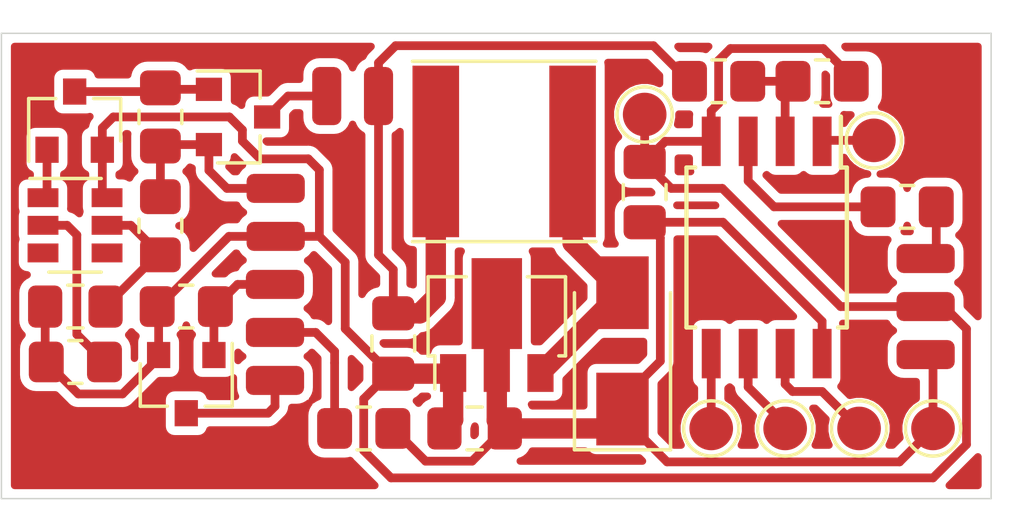
<source format=kicad_pcb>
(kicad_pcb (version 20171130) (host pcbnew "(5.1.12)-1")

  (general
    (thickness 1.6)
    (drawings 4)
    (tracks 146)
    (zones 0)
    (modules 36)
    (nets 23)
  )

  (page A4)
  (title_block
    (title "FH40T lithium conversion")
    (date 2023-03-31)
    (comment 1 github.com/FesixGermany/FH40T_lithium_conversion)
  )

  (layers
    (0 F.Cu signal)
    (31 B.Cu signal)
    (32 B.Adhes user)
    (33 F.Adhes user)
    (34 B.Paste user)
    (35 F.Paste user)
    (36 B.SilkS user)
    (37 F.SilkS user)
    (38 B.Mask user)
    (39 F.Mask user)
    (40 Dwgs.User user)
    (41 Cmts.User user)
    (42 Eco1.User user)
    (43 Eco2.User user)
    (44 Edge.Cuts user)
    (45 Margin user)
    (46 B.CrtYd user)
    (47 F.CrtYd user)
    (48 B.Fab user)
    (49 F.Fab user)
  )

  (setup
    (last_trace_width 0.25)
    (user_trace_width 0.2)
    (user_trace_width 0.25)
    (user_trace_width 0.3)
    (user_trace_width 0.35)
    (user_trace_width 0.4)
    (user_trace_width 0.5)
    (user_trace_width 0.6)
    (user_trace_width 0.7)
    (user_trace_width 0.8)
    (trace_clearance 0.25)
    (zone_clearance 0.508)
    (zone_45_only no)
    (trace_min 0.2)
    (via_size 0.8)
    (via_drill 0.4)
    (via_min_size 0.4)
    (via_min_drill 0.3)
    (uvia_size 0.3)
    (uvia_drill 0.1)
    (uvias_allowed no)
    (uvia_min_size 0.2)
    (uvia_min_drill 0.1)
    (edge_width 0.05)
    (segment_width 0.2)
    (pcb_text_width 0.3)
    (pcb_text_size 1.5 1.5)
    (mod_edge_width 0.12)
    (mod_text_size 1 1)
    (mod_text_width 0.15)
    (pad_size 1 2)
    (pad_drill 0)
    (pad_to_mask_clearance 0)
    (aux_axis_origin 160 90)
    (visible_elements 7FFFFFFF)
    (pcbplotparams
      (layerselection 0x01000_7fffffff)
      (usegerberextensions false)
      (usegerberattributes true)
      (usegerberadvancedattributes true)
      (creategerberjobfile true)
      (excludeedgelayer false)
      (linewidth 0.100000)
      (plotframeref false)
      (viasonmask false)
      (mode 1)
      (useauxorigin false)
      (hpglpennumber 1)
      (hpglpenspeed 20)
      (hpglpendiameter 15.000000)
      (psnegative false)
      (psa4output false)
      (plotreference true)
      (plotvalue true)
      (plotinvisibletext false)
      (padsonsilk false)
      (subtractmaskfromsilk false)
      (outputformat 1)
      (mirror false)
      (drillshape 0)
      (scaleselection 1)
      (outputdirectory "gerber/"))
  )

  (net 0 "")
  (net 1 "Net-(C1-Pad1)")
  (net 2 GND)
  (net 3 "Net-(J2-Pad1)")
  (net 4 "Net-(Q1-Pad1)")
  (net 5 "Net-(Q2-Pad1)")
  (net 6 "Net-(R3-Pad1)")
  (net 7 "Net-(U1-Pad3)")
  (net 8 "Net-(U1-Pad4)")
  (net 9 /VBAT_meas)
  (net 10 +5V)
  (net 11 "Net-(D1-Pad2)")
  (net 12 "Net-(J5-Pad1)")
  (net 13 "Net-(J6-Pad1)")
  (net 14 "Net-(J7-Pad1)")
  (net 15 "Net-(J8-Pad1)")
  (net 16 "Net-(J9-Pad1)")
  (net 17 "Net-(R6-Pad2)")
  (net 18 /MISO)
  (net 19 /SCK)
  (net 20 /MOSI)
  (net 21 /RST)
  (net 22 "Net-(C2-Pad1)")

  (net_class Default "This is the default net class."
    (clearance 0.25)
    (trace_width 0.25)
    (via_dia 0.8)
    (via_drill 0.4)
    (uvia_dia 0.3)
    (uvia_drill 0.1)
    (add_net +5V)
    (add_net /MISO)
    (add_net /MOSI)
    (add_net /RST)
    (add_net /SCK)
    (add_net /VBAT_meas)
    (add_net GND)
    (add_net "Net-(C1-Pad1)")
    (add_net "Net-(C2-Pad1)")
    (add_net "Net-(D1-Pad2)")
    (add_net "Net-(J2-Pad1)")
    (add_net "Net-(J5-Pad1)")
    (add_net "Net-(J6-Pad1)")
    (add_net "Net-(J7-Pad1)")
    (add_net "Net-(J8-Pad1)")
    (add_net "Net-(J9-Pad1)")
    (add_net "Net-(Q1-Pad1)")
    (add_net "Net-(Q2-Pad1)")
    (add_net "Net-(R3-Pad1)")
    (add_net "Net-(R6-Pad2)")
    (add_net "Net-(U1-Pad3)")
    (add_net "Net-(U1-Pad4)")
  )

  (module Inductor_SMD:L_Taiyo-Yuden_NR-60xx (layer F.Cu) (tedit 5990349D) (tstamp 64051E1F)
    (at 177.272 78.062)
    (descr "Inductor, Taiyo Yuden, NR series, Taiyo-Yuden_NR-60xx, 6.0mmx6.0mm")
    (tags "inductor taiyo-yuden nr smd")
    (path /64053CD3)
    (attr smd)
    (fp_text reference L1 (at 0 0) (layer F.SilkS) hide
      (effects (font (size 1 1) (thickness 0.15)))
    )
    (fp_text value L (at 0 -4) (layer F.Fab)
      (effects (font (size 1 1) (thickness 0.15)))
    )
    (fp_line (start 3.45 -3.25) (end -3.45 -3.25) (layer F.CrtYd) (width 0.05))
    (fp_line (start 3.45 3.25) (end 3.45 -3.25) (layer F.CrtYd) (width 0.05))
    (fp_line (start -3.45 3.25) (end 3.45 3.25) (layer F.CrtYd) (width 0.05))
    (fp_line (start -3.45 -3.25) (end -3.45 3.25) (layer F.CrtYd) (width 0.05))
    (fp_line (start -3.15 3.1) (end 3.15 3.1) (layer F.SilkS) (width 0.12))
    (fp_line (start -3.15 -3.1) (end 3.15 -3.1) (layer F.SilkS) (width 0.12))
    (fp_line (start -2 3) (end 0 3) (layer F.Fab) (width 0.1))
    (fp_line (start -3 2) (end -2 3) (layer F.Fab) (width 0.1))
    (fp_line (start -3 0) (end -3 2) (layer F.Fab) (width 0.1))
    (fp_line (start 2 3) (end 0 3) (layer F.Fab) (width 0.1))
    (fp_line (start 3 2) (end 2 3) (layer F.Fab) (width 0.1))
    (fp_line (start 3 0) (end 3 2) (layer F.Fab) (width 0.1))
    (fp_line (start 2 -3) (end 0 -3) (layer F.Fab) (width 0.1))
    (fp_line (start 3 -2) (end 2 -3) (layer F.Fab) (width 0.1))
    (fp_line (start 3 0) (end 3 -2) (layer F.Fab) (width 0.1))
    (fp_line (start -2 -3) (end 0 -3) (layer F.Fab) (width 0.1))
    (fp_line (start -3 -2) (end -2 -3) (layer F.Fab) (width 0.1))
    (fp_line (start -3 0) (end -3 -2) (layer F.Fab) (width 0.1))
    (fp_text user %R (at 0 0) (layer F.Fab)
      (effects (font (size 1 1) (thickness 0.15)))
    )
    (pad 2 smd rect (at 2.35 0) (size 1.6 5.9) (layers F.Cu F.Paste F.Mask)
      (net 11 "Net-(D1-Pad2)"))
    (pad 1 smd rect (at -2.35 0) (size 1.6 5.9) (layers F.Cu F.Paste F.Mask)
      (net 22 "Net-(C2-Pad1)"))
    (model ${KISYS3DMOD}/Inductor_SMD.3dshapes/L_Taiyo-Yuden_NR-60xx.wrl
      (at (xyz 0 0 0))
      (scale (xyz 1 1 1))
      (rotate (xyz 0 0 0))
    )
    (model ${KIPRJMOD}/Unbenannt-Body.step
      (at (xyz 0 0 0))
      (scale (xyz 1 1 1))
      (rotate (xyz 0 0 0))
    )
  )

  (module Package_TO_SOT_SMD:SOT-89-3 (layer F.Cu) (tedit 5C33D6E8) (tstamp 64051EDF)
    (at 177.018 84.031 90)
    (descr "SOT-89-3, http://ww1.microchip.com/downloads/en/DeviceDoc/3L_SOT-89_MB_C04-029C.pdf")
    (tags SOT-89-3)
    (path /640509CD)
    (attr smd)
    (fp_text reference U2 (at 0.3 -3.5 90) (layer F.SilkS) hide
      (effects (font (size 1 1) (thickness 0.15)))
    )
    (fp_text value ME2108A (at 0.3 3.5 90) (layer F.Fab)
      (effects (font (size 1 1) (thickness 0.15)))
    )
    (fp_line (start 1.66 1.05) (end 1.66 2.36) (layer F.SilkS) (width 0.12))
    (fp_line (start 1.66 2.36) (end -1.06 2.36) (layer F.SilkS) (width 0.12))
    (fp_line (start -2.2 -2.13) (end -1.06 -2.13) (layer F.SilkS) (width 0.12))
    (fp_line (start 1.66 -2.36) (end 1.66 -1.05) (layer F.SilkS) (width 0.12))
    (fp_line (start -0.95 -1.25) (end 0.05 -2.25) (layer F.Fab) (width 0.1))
    (fp_line (start 1.55 -2.25) (end 1.55 2.25) (layer F.Fab) (width 0.1))
    (fp_line (start 1.55 2.25) (end -0.95 2.25) (layer F.Fab) (width 0.1))
    (fp_line (start -0.95 2.25) (end -0.95 -1.25) (layer F.Fab) (width 0.1))
    (fp_line (start 0.05 -2.25) (end 1.55 -2.25) (layer F.Fab) (width 0.1))
    (fp_line (start 2.55 -2.5) (end 2.55 2.5) (layer F.CrtYd) (width 0.05))
    (fp_line (start 2.55 -2.5) (end -2.55 -2.5) (layer F.CrtYd) (width 0.05))
    (fp_line (start -2.55 2.5) (end 2.55 2.5) (layer F.CrtYd) (width 0.05))
    (fp_line (start -2.55 2.5) (end -2.55 -2.5) (layer F.CrtYd) (width 0.05))
    (fp_line (start -1.06 -2.36) (end 1.66 -2.36) (layer F.SilkS) (width 0.12))
    (fp_line (start -1.06 -2.36) (end -1.06 -2.13) (layer F.SilkS) (width 0.12))
    (fp_line (start -1.06 2.36) (end -1.06 2.13) (layer F.SilkS) (width 0.12))
    (fp_text user %R (at 0.5 0) (layer F.Fab)
      (effects (font (size 1 1) (thickness 0.15)))
    )
    (pad 2 smd custom (at -1.5625 0 90) (size 1.475 0.9) (layers F.Cu F.Paste F.Mask)
      (net 10 +5V) (zone_connect 2)
      (options (clearance outline) (anchor rect))
      (primitives
        (gr_poly (pts
           (xy 0.7375 -0.8665) (xy 3.8625 -0.8665) (xy 3.8625 0.8665) (xy 0.7375 0.8665)) (width 0))
      ))
    (pad 3 smd rect (at -1.65 1.5 90) (size 1.3 0.9) (layers F.Cu F.Paste F.Mask)
      (net 11 "Net-(D1-Pad2)"))
    (pad 1 smd rect (at -1.65 -1.5 90) (size 1.3 0.9) (layers F.Cu F.Paste F.Mask)
      (net 2 GND))
    (model ${KISYS3DMOD}/Package_TO_SOT_SMD.3dshapes/SOT-89-3.wrl
      (at (xyz 0 0 0))
      (scale (xyz 1 1 1))
      (rotate (xyz 0 0 0))
    )
  )

  (module Connector_Wire:SolderWirePad_1x01_SMD_1x2mm (layer F.Cu) (tedit 64079266) (tstamp 6402ECF0)
    (at 169.422 79.332 270)
    (descr "Wire Pad, Square, SMD Pad,  5mm x 10mm,")
    (tags "MesurementPoint Square SMDPad 5mmx10mm ")
    (path /6401E42A)
    (attr virtual)
    (fp_text reference J2 (at 0 -2.54 90) (layer F.SilkS) hide
      (effects (font (size 1 1) (thickness 0.15)))
    )
    (fp_text value BAT+ (at 0 2.54 90) (layer F.Fab)
      (effects (font (size 1 1) (thickness 0.15)))
    )
    (fp_line (start -0.63 1.27) (end -0.63 -1.27) (layer F.Fab) (width 0.1))
    (fp_line (start 0.63 1.27) (end -0.63 1.27) (layer F.Fab) (width 0.1))
    (fp_line (start 0.63 -1.27) (end 0.63 1.27) (layer F.Fab) (width 0.1))
    (fp_line (start -0.63 -1.27) (end 0.63 -1.27) (layer F.Fab) (width 0.1))
    (fp_line (start -0.63 -1.27) (end -0.63 1.27) (layer F.CrtYd) (width 0.05))
    (fp_line (start -0.63 1.27) (end 0.63 1.27) (layer F.CrtYd) (width 0.05))
    (fp_line (start 0.63 1.27) (end 0.63 -1.27) (layer F.CrtYd) (width 0.05))
    (fp_line (start 0.63 -1.27) (end -0.63 -1.27) (layer F.CrtYd) (width 0.05))
    (fp_text user %R (at 0 0 90) (layer F.Fab)
      (effects (font (size 1 1) (thickness 0.15)))
    )
    (pad 1 smd roundrect (at 0 0 270) (size 1 2) (layers F.Cu F.Paste F.Mask) (roundrect_rratio 0.25)
      (net 3 "Net-(J2-Pad1)"))
  )

  (module Connector_Wire:SolderWirePad_1x01_SMD_1x2mm (layer F.Cu) (tedit 64079272) (tstamp 6402ECFE)
    (at 169.422 80.983 270)
    (descr "Wire Pad, Square, SMD Pad,  5mm x 10mm,")
    (tags "MesurementPoint Square SMDPad 5mmx10mm ")
    (path /6401F13F)
    (attr virtual)
    (fp_text reference J3 (at 0 -2.54 90) (layer F.SilkS) hide
      (effects (font (size 1 1) (thickness 0.15)))
    )
    (fp_text value GND (at 0 2.54 90) (layer F.Fab)
      (effects (font (size 1 1) (thickness 0.15)))
    )
    (fp_line (start 0.63 -1.27) (end -0.63 -1.27) (layer F.CrtYd) (width 0.05))
    (fp_line (start 0.63 1.27) (end 0.63 -1.27) (layer F.CrtYd) (width 0.05))
    (fp_line (start -0.63 1.27) (end 0.63 1.27) (layer F.CrtYd) (width 0.05))
    (fp_line (start -0.63 -1.27) (end -0.63 1.27) (layer F.CrtYd) (width 0.05))
    (fp_line (start -0.63 -1.27) (end 0.63 -1.27) (layer F.Fab) (width 0.1))
    (fp_line (start 0.63 -1.27) (end 0.63 1.27) (layer F.Fab) (width 0.1))
    (fp_line (start 0.63 1.27) (end -0.63 1.27) (layer F.Fab) (width 0.1))
    (fp_line (start -0.63 1.27) (end -0.63 -1.27) (layer F.Fab) (width 0.1))
    (fp_text user %R (at 0 0 90) (layer F.Fab)
      (effects (font (size 1 1) (thickness 0.15)))
    )
    (pad 1 smd roundrect (at 0 0 270) (size 1 2) (layers F.Cu F.Paste F.Mask) (roundrect_rratio 0.25)
      (net 2 GND))
  )

  (module Package_TO_SOT_SMD:SOT-23 (layer F.Cu) (tedit 5A02FF57) (tstamp 6402ED13)
    (at 168.128 76.876)
    (descr "SOT-23, Standard")
    (tags SOT-23)
    (path /640135AF)
    (attr smd)
    (fp_text reference Q1 (at 0 -2.5) (layer F.SilkS) hide
      (effects (font (size 1 1) (thickness 0.15)))
    )
    (fp_text value IRLML2244 (at 0 2.5) (layer F.Fab)
      (effects (font (size 1 1) (thickness 0.15)))
    )
    (fp_line (start -0.7 -0.95) (end -0.7 1.5) (layer F.Fab) (width 0.1))
    (fp_line (start -0.15 -1.52) (end 0.7 -1.52) (layer F.Fab) (width 0.1))
    (fp_line (start -0.7 -0.95) (end -0.15 -1.52) (layer F.Fab) (width 0.1))
    (fp_line (start 0.7 -1.52) (end 0.7 1.52) (layer F.Fab) (width 0.1))
    (fp_line (start -0.7 1.52) (end 0.7 1.52) (layer F.Fab) (width 0.1))
    (fp_line (start 0.76 1.58) (end 0.76 0.65) (layer F.SilkS) (width 0.12))
    (fp_line (start 0.76 -1.58) (end 0.76 -0.65) (layer F.SilkS) (width 0.12))
    (fp_line (start -1.7 -1.75) (end 1.7 -1.75) (layer F.CrtYd) (width 0.05))
    (fp_line (start 1.7 -1.75) (end 1.7 1.75) (layer F.CrtYd) (width 0.05))
    (fp_line (start 1.7 1.75) (end -1.7 1.75) (layer F.CrtYd) (width 0.05))
    (fp_line (start -1.7 1.75) (end -1.7 -1.75) (layer F.CrtYd) (width 0.05))
    (fp_line (start 0.76 -1.58) (end -1.4 -1.58) (layer F.SilkS) (width 0.12))
    (fp_line (start 0.76 1.58) (end -0.7 1.58) (layer F.SilkS) (width 0.12))
    (fp_text user %R (at 0 0 90) (layer F.Fab)
      (effects (font (size 0.5 0.5) (thickness 0.075)))
    )
    (pad 3 smd rect (at 1 0) (size 0.9 0.8) (layers F.Cu F.Paste F.Mask)
      (net 12 "Net-(J5-Pad1)"))
    (pad 2 smd rect (at -1 0.95) (size 0.9 0.8) (layers F.Cu F.Paste F.Mask)
      (net 3 "Net-(J2-Pad1)"))
    (pad 1 smd rect (at -1 -0.95) (size 0.9 0.8) (layers F.Cu F.Paste F.Mask)
      (net 4 "Net-(Q1-Pad1)"))
    (model ${KISYS3DMOD}/Package_TO_SOT_SMD.3dshapes/SOT-23.wrl
      (at (xyz 0 0 0))
      (scale (xyz 1 1 1))
      (rotate (xyz 0 0 0))
    )
  )

  (module Package_TO_SOT_SMD:SOT-23 (layer F.Cu) (tedit 5A02FF57) (tstamp 6402ED28)
    (at 162.516 77.003 90)
    (descr "SOT-23, Standard")
    (tags SOT-23)
    (path /640116F5)
    (attr smd)
    (fp_text reference Q2 (at 0 -2.5 90) (layer F.SilkS) hide
      (effects (font (size 1 1) (thickness 0.15)))
    )
    (fp_text value IRLML2502 (at 0 2.5 90) (layer F.Fab)
      (effects (font (size 1 1) (thickness 0.15)))
    )
    (fp_line (start 0.76 1.58) (end -0.7 1.58) (layer F.SilkS) (width 0.12))
    (fp_line (start 0.76 -1.58) (end -1.4 -1.58) (layer F.SilkS) (width 0.12))
    (fp_line (start -1.7 1.75) (end -1.7 -1.75) (layer F.CrtYd) (width 0.05))
    (fp_line (start 1.7 1.75) (end -1.7 1.75) (layer F.CrtYd) (width 0.05))
    (fp_line (start 1.7 -1.75) (end 1.7 1.75) (layer F.CrtYd) (width 0.05))
    (fp_line (start -1.7 -1.75) (end 1.7 -1.75) (layer F.CrtYd) (width 0.05))
    (fp_line (start 0.76 -1.58) (end 0.76 -0.65) (layer F.SilkS) (width 0.12))
    (fp_line (start 0.76 1.58) (end 0.76 0.65) (layer F.SilkS) (width 0.12))
    (fp_line (start -0.7 1.52) (end 0.7 1.52) (layer F.Fab) (width 0.1))
    (fp_line (start 0.7 -1.52) (end 0.7 1.52) (layer F.Fab) (width 0.1))
    (fp_line (start -0.7 -0.95) (end -0.15 -1.52) (layer F.Fab) (width 0.1))
    (fp_line (start -0.15 -1.52) (end 0.7 -1.52) (layer F.Fab) (width 0.1))
    (fp_line (start -0.7 -0.95) (end -0.7 1.5) (layer F.Fab) (width 0.1))
    (fp_text user %R (at 0 0) (layer F.Fab)
      (effects (font (size 0.5 0.5) (thickness 0.075)))
    )
    (pad 1 smd rect (at -1 -0.95 90) (size 0.9 0.8) (layers F.Cu F.Paste F.Mask)
      (net 5 "Net-(Q2-Pad1)"))
    (pad 2 smd rect (at -1 0.95 90) (size 0.9 0.8) (layers F.Cu F.Paste F.Mask)
      (net 2 GND))
    (pad 3 smd rect (at 1 0 90) (size 0.9 0.8) (layers F.Cu F.Paste F.Mask)
      (net 4 "Net-(Q1-Pad1)"))
    (model ${KISYS3DMOD}/Package_TO_SOT_SMD.3dshapes/SOT-23.wrl
      (at (xyz 0 0 0))
      (scale (xyz 1 1 1))
      (rotate (xyz 0 0 0))
    )
  )

  (module Package_TO_SOT_SMD:SOT-23-6 (layer F.Cu) (tedit 5A02FF57) (tstamp 6402ED71)
    (at 162.528001 80.602001)
    (descr "6-pin SOT-23 package")
    (tags SOT-23-6)
    (path /6401101A)
    (attr smd)
    (fp_text reference U1 (at 0 -2.9) (layer F.SilkS) hide
      (effects (font (size 1 1) (thickness 0.15)))
    )
    (fp_text value DW01A (at 0 2.9) (layer F.Fab)
      (effects (font (size 1 1) (thickness 0.15)))
    )
    (fp_line (start 0.9 -1.55) (end 0.9 1.55) (layer F.Fab) (width 0.1))
    (fp_line (start 0.9 1.55) (end -0.9 1.55) (layer F.Fab) (width 0.1))
    (fp_line (start -0.9 -0.9) (end -0.9 1.55) (layer F.Fab) (width 0.1))
    (fp_line (start 0.9 -1.55) (end -0.25 -1.55) (layer F.Fab) (width 0.1))
    (fp_line (start -0.9 -0.9) (end -0.25 -1.55) (layer F.Fab) (width 0.1))
    (fp_line (start -1.9 -1.8) (end -1.9 1.8) (layer F.CrtYd) (width 0.05))
    (fp_line (start -1.9 1.8) (end 1.9 1.8) (layer F.CrtYd) (width 0.05))
    (fp_line (start 1.9 1.8) (end 1.9 -1.8) (layer F.CrtYd) (width 0.05))
    (fp_line (start 1.9 -1.8) (end -1.9 -1.8) (layer F.CrtYd) (width 0.05))
    (fp_line (start 0.9 -1.61) (end -1.55 -1.61) (layer F.SilkS) (width 0.12))
    (fp_line (start -0.9 1.61) (end 0.9 1.61) (layer F.SilkS) (width 0.12))
    (fp_text user %R (at 0 0 90) (layer F.Fab)
      (effects (font (size 0.5 0.5) (thickness 0.075)))
    )
    (pad 1 smd rect (at -1.1 -0.95) (size 1.06 0.65) (layers F.Cu F.Paste F.Mask)
      (net 5 "Net-(Q2-Pad1)"))
    (pad 2 smd rect (at -1.1 0) (size 1.06 0.65) (layers F.Cu F.Paste F.Mask)
      (net 6 "Net-(R3-Pad1)"))
    (pad 3 smd rect (at -1.1 0.95) (size 1.06 0.65) (layers F.Cu F.Paste F.Mask)
      (net 7 "Net-(U1-Pad3)"))
    (pad 4 smd rect (at 1.1 0.95) (size 1.06 0.65) (layers F.Cu F.Paste F.Mask)
      (net 8 "Net-(U1-Pad4)"))
    (pad 6 smd rect (at 1.1 -0.95) (size 1.06 0.65) (layers F.Cu F.Paste F.Mask)
      (net 2 GND))
    (pad 5 smd rect (at 1.1 0) (size 1.06 0.65) (layers F.Cu F.Paste F.Mask)
      (net 1 "Net-(C1-Pad1)"))
    (model ${KISYS3DMOD}/Package_TO_SOT_SMD.3dshapes/SOT-23-6.wrl
      (at (xyz 0 0 0))
      (scale (xyz 1 1 1))
      (rotate (xyz 0 0 0))
    )
  )

  (module Capacitor_SMD:C_0805_2012Metric_Pad1.18x1.45mm_HandSolder (layer F.Cu) (tedit 5F68FEEF) (tstamp 64051D4F)
    (at 162.54 83.396 180)
    (descr "Capacitor SMD 0805 (2012 Metric), square (rectangular) end terminal, IPC_7351 nominal with elongated pad for handsoldering. (Body size source: IPC-SM-782 page 76, https://www.pcb-3d.com/wordpress/wp-content/uploads/ipc-sm-782a_amendment_1_and_2.pdf, https://docs.google.com/spreadsheets/d/1BsfQQcO9C6DZCsRaXUlFlo91Tg2WpOkGARC1WS5S8t0/edit?usp=sharing), generated with kicad-footprint-generator")
    (tags "capacitor handsolder")
    (path /64014E24)
    (attr smd)
    (fp_text reference C1 (at 0 -1.68) (layer F.SilkS) hide
      (effects (font (size 1 1) (thickness 0.15)))
    )
    (fp_text value 100n (at 0 1.68) (layer F.Fab)
      (effects (font (size 1 1) (thickness 0.15)))
    )
    (fp_line (start -1 0.625) (end -1 -0.625) (layer F.Fab) (width 0.1))
    (fp_line (start -1 -0.625) (end 1 -0.625) (layer F.Fab) (width 0.1))
    (fp_line (start 1 -0.625) (end 1 0.625) (layer F.Fab) (width 0.1))
    (fp_line (start 1 0.625) (end -1 0.625) (layer F.Fab) (width 0.1))
    (fp_line (start -0.261252 -0.735) (end 0.261252 -0.735) (layer F.SilkS) (width 0.12))
    (fp_line (start -0.261252 0.735) (end 0.261252 0.735) (layer F.SilkS) (width 0.12))
    (fp_line (start -1.88 0.98) (end -1.88 -0.98) (layer F.CrtYd) (width 0.05))
    (fp_line (start -1.88 -0.98) (end 1.88 -0.98) (layer F.CrtYd) (width 0.05))
    (fp_line (start 1.88 -0.98) (end 1.88 0.98) (layer F.CrtYd) (width 0.05))
    (fp_line (start 1.88 0.98) (end -1.88 0.98) (layer F.CrtYd) (width 0.05))
    (fp_text user %R (at 0 0) (layer F.Fab)
      (effects (font (size 0.5 0.5) (thickness 0.08)))
    )
    (pad 2 smd roundrect (at 1.0375 0 180) (size 1.175 1.45) (layers F.Cu F.Paste F.Mask) (roundrect_rratio 0.2127659574468085)
      (net 2 GND))
    (pad 1 smd roundrect (at -1.0375 0 180) (size 1.175 1.45) (layers F.Cu F.Paste F.Mask) (roundrect_rratio 0.2127659574468085)
      (net 1 "Net-(C1-Pad1)"))
    (model ${KISYS3DMOD}/Capacitor_SMD.3dshapes/C_0805_2012Metric.wrl
      (at (xyz 0 0 0))
      (scale (xyz 1 1 1))
      (rotate (xyz 0 0 0))
    )
  )

  (module Capacitor_SMD:C_0805_2012Metric_Pad1.18x1.45mm_HandSolder (layer F.Cu) (tedit 5F68FEEF) (tstamp 64051D6F)
    (at 173.462 84.666 270)
    (descr "Capacitor SMD 0805 (2012 Metric), square (rectangular) end terminal, IPC_7351 nominal with elongated pad for handsoldering. (Body size source: IPC-SM-782 page 76, https://www.pcb-3d.com/wordpress/wp-content/uploads/ipc-sm-782a_amendment_1_and_2.pdf, https://docs.google.com/spreadsheets/d/1BsfQQcO9C6DZCsRaXUlFlo91Tg2WpOkGARC1WS5S8t0/edit?usp=sharing), generated with kicad-footprint-generator")
    (tags "capacitor handsolder")
    (path /6405922F)
    (attr smd)
    (fp_text reference C2 (at 0 -1.68 90) (layer F.SilkS) hide
      (effects (font (size 1 1) (thickness 0.15)))
    )
    (fp_text value 10u (at 0 1.68 90) (layer F.Fab)
      (effects (font (size 1 1) (thickness 0.15)))
    )
    (fp_line (start 1.88 0.98) (end -1.88 0.98) (layer F.CrtYd) (width 0.05))
    (fp_line (start 1.88 -0.98) (end 1.88 0.98) (layer F.CrtYd) (width 0.05))
    (fp_line (start -1.88 -0.98) (end 1.88 -0.98) (layer F.CrtYd) (width 0.05))
    (fp_line (start -1.88 0.98) (end -1.88 -0.98) (layer F.CrtYd) (width 0.05))
    (fp_line (start -0.261252 0.735) (end 0.261252 0.735) (layer F.SilkS) (width 0.12))
    (fp_line (start -0.261252 -0.735) (end 0.261252 -0.735) (layer F.SilkS) (width 0.12))
    (fp_line (start 1 0.625) (end -1 0.625) (layer F.Fab) (width 0.1))
    (fp_line (start 1 -0.625) (end 1 0.625) (layer F.Fab) (width 0.1))
    (fp_line (start -1 -0.625) (end 1 -0.625) (layer F.Fab) (width 0.1))
    (fp_line (start -1 0.625) (end -1 -0.625) (layer F.Fab) (width 0.1))
    (fp_text user %R (at 0 0 90) (layer F.Fab)
      (effects (font (size 0.5 0.5) (thickness 0.08)))
    )
    (pad 1 smd roundrect (at -1.0375 0 270) (size 1.175 1.45) (layers F.Cu F.Paste F.Mask) (roundrect_rratio 0.2127659574468085)
      (net 22 "Net-(C2-Pad1)"))
    (pad 2 smd roundrect (at 1.0375 0 270) (size 1.175 1.45) (layers F.Cu F.Paste F.Mask) (roundrect_rratio 0.2127659574468085)
      (net 2 GND))
    (model ${KISYS3DMOD}/Capacitor_SMD.3dshapes/C_0805_2012Metric.wrl
      (at (xyz 0 0 0))
      (scale (xyz 1 1 1))
      (rotate (xyz 0 0 0))
    )
  )

  (module Capacitor_SMD:C_0805_2012Metric_Pad1.18x1.45mm_HandSolder (layer F.Cu) (tedit 5F68FEEF) (tstamp 64051D80)
    (at 176.256 87.587 180)
    (descr "Capacitor SMD 0805 (2012 Metric), square (rectangular) end terminal, IPC_7351 nominal with elongated pad for handsoldering. (Body size source: IPC-SM-782 page 76, https://www.pcb-3d.com/wordpress/wp-content/uploads/ipc-sm-782a_amendment_1_and_2.pdf, https://docs.google.com/spreadsheets/d/1BsfQQcO9C6DZCsRaXUlFlo91Tg2WpOkGARC1WS5S8t0/edit?usp=sharing), generated with kicad-footprint-generator")
    (tags "capacitor handsolder")
    (path /64054CDF)
    (attr smd)
    (fp_text reference C3 (at 0 -1.68) (layer F.SilkS) hide
      (effects (font (size 1 1) (thickness 0.15)))
    )
    (fp_text value 10u (at 0 1.68) (layer F.Fab)
      (effects (font (size 1 1) (thickness 0.15)))
    )
    (fp_line (start 1.88 0.98) (end -1.88 0.98) (layer F.CrtYd) (width 0.05))
    (fp_line (start 1.88 -0.98) (end 1.88 0.98) (layer F.CrtYd) (width 0.05))
    (fp_line (start -1.88 -0.98) (end 1.88 -0.98) (layer F.CrtYd) (width 0.05))
    (fp_line (start -1.88 0.98) (end -1.88 -0.98) (layer F.CrtYd) (width 0.05))
    (fp_line (start -0.261252 0.735) (end 0.261252 0.735) (layer F.SilkS) (width 0.12))
    (fp_line (start -0.261252 -0.735) (end 0.261252 -0.735) (layer F.SilkS) (width 0.12))
    (fp_line (start 1 0.625) (end -1 0.625) (layer F.Fab) (width 0.1))
    (fp_line (start 1 -0.625) (end 1 0.625) (layer F.Fab) (width 0.1))
    (fp_line (start -1 -0.625) (end 1 -0.625) (layer F.Fab) (width 0.1))
    (fp_line (start -1 0.625) (end -1 -0.625) (layer F.Fab) (width 0.1))
    (fp_text user %R (at 0 0) (layer F.Fab)
      (effects (font (size 0.5 0.5) (thickness 0.08)))
    )
    (pad 1 smd roundrect (at -1.0375 0 180) (size 1.175 1.45) (layers F.Cu F.Paste F.Mask) (roundrect_rratio 0.2127659574468085)
      (net 10 +5V))
    (pad 2 smd roundrect (at 1.0375 0 180) (size 1.175 1.45) (layers F.Cu F.Paste F.Mask) (roundrect_rratio 0.2127659574468085)
      (net 2 GND))
    (model ${KISYS3DMOD}/Capacitor_SMD.3dshapes/C_0805_2012Metric.wrl
      (at (xyz 0 0 0))
      (scale (xyz 1 1 1))
      (rotate (xyz 0 0 0))
    )
  )

  (module Diode_SMD:D_SMA (layer F.Cu) (tedit 586432E5) (tstamp 64051D98)
    (at 181.336 84.92 90)
    (descr "Diode SMA (DO-214AC)")
    (tags "Diode SMA (DO-214AC)")
    (path /64052528)
    (attr smd)
    (fp_text reference D1 (at -4.318 0 180) (layer F.SilkS) hide
      (effects (font (size 1 1) (thickness 0.15)))
    )
    (fp_text value D_Schottky (at 0 2.6 90) (layer F.Fab)
      (effects (font (size 1 1) (thickness 0.15)))
    )
    (fp_line (start -3.4 -1.65) (end 2 -1.65) (layer F.SilkS) (width 0.12))
    (fp_line (start -3.4 1.65) (end 2 1.65) (layer F.SilkS) (width 0.12))
    (fp_line (start -0.64944 0.00102) (end 0.50118 -0.79908) (layer F.Fab) (width 0.1))
    (fp_line (start -0.64944 0.00102) (end 0.50118 0.75032) (layer F.Fab) (width 0.1))
    (fp_line (start 0.50118 0.75032) (end 0.50118 -0.79908) (layer F.Fab) (width 0.1))
    (fp_line (start -0.64944 -0.79908) (end -0.64944 0.80112) (layer F.Fab) (width 0.1))
    (fp_line (start 0.50118 0.00102) (end 1.4994 0.00102) (layer F.Fab) (width 0.1))
    (fp_line (start -0.64944 0.00102) (end -1.55114 0.00102) (layer F.Fab) (width 0.1))
    (fp_line (start -3.5 1.75) (end -3.5 -1.75) (layer F.CrtYd) (width 0.05))
    (fp_line (start 3.5 1.75) (end -3.5 1.75) (layer F.CrtYd) (width 0.05))
    (fp_line (start 3.5 -1.75) (end 3.5 1.75) (layer F.CrtYd) (width 0.05))
    (fp_line (start -3.5 -1.75) (end 3.5 -1.75) (layer F.CrtYd) (width 0.05))
    (fp_line (start 2.3 -1.5) (end -2.3 -1.5) (layer F.Fab) (width 0.1))
    (fp_line (start 2.3 -1.5) (end 2.3 1.5) (layer F.Fab) (width 0.1))
    (fp_line (start -2.3 1.5) (end -2.3 -1.5) (layer F.Fab) (width 0.1))
    (fp_line (start 2.3 1.5) (end -2.3 1.5) (layer F.Fab) (width 0.1))
    (fp_line (start -3.4 -1.65) (end -3.4 1.65) (layer F.SilkS) (width 0.12))
    (fp_text user %R (at 0 -2.5 90) (layer F.Fab)
      (effects (font (size 1 1) (thickness 0.15)))
    )
    (pad 1 smd rect (at -2 0 90) (size 2.5 1.8) (layers F.Cu F.Paste F.Mask)
      (net 10 +5V))
    (pad 2 smd rect (at 2 0 90) (size 2.5 1.8) (layers F.Cu F.Paste F.Mask)
      (net 11 "Net-(D1-Pad2)"))
    (model ${KISYS3DMOD}/Diode_SMD.3dshapes/D_SMA.wrl
      (at (xyz 0 0 0))
      (scale (xyz 1 1 1))
      (rotate (xyz 0 0 0))
    )
  )

  (module Connector_Wire:SolderWirePad_1x01_SMD_1x2mm (layer F.Cu) (tedit 5DD6EB27) (tstamp 64051DA6)
    (at 191.75 85.047 90)
    (descr "Wire Pad, Square, SMD Pad,  5mm x 10mm,")
    (tags "MesurementPoint Square SMDPad 5mmx10mm ")
    (path /64068D56)
    (attr virtual)
    (fp_text reference J1 (at 0 -2.54 90) (layer F.SilkS) hide
      (effects (font (size 1 1) (thickness 0.15)))
    )
    (fp_text value +5V (at 0 2.54 90) (layer F.Fab)
      (effects (font (size 1 1) (thickness 0.15)))
    )
    (fp_line (start 0.63 -1.27) (end -0.63 -1.27) (layer F.CrtYd) (width 0.05))
    (fp_line (start 0.63 1.27) (end 0.63 -1.27) (layer F.CrtYd) (width 0.05))
    (fp_line (start -0.63 1.27) (end 0.63 1.27) (layer F.CrtYd) (width 0.05))
    (fp_line (start -0.63 -1.27) (end -0.63 1.27) (layer F.CrtYd) (width 0.05))
    (fp_line (start -0.63 -1.27) (end 0.63 -1.27) (layer F.Fab) (width 0.1))
    (fp_line (start 0.63 -1.27) (end 0.63 1.27) (layer F.Fab) (width 0.1))
    (fp_line (start 0.63 1.27) (end -0.63 1.27) (layer F.Fab) (width 0.1))
    (fp_line (start -0.63 1.27) (end -0.63 -1.27) (layer F.Fab) (width 0.1))
    (fp_text user %R (at 0 0 90) (layer F.Fab)
      (effects (font (size 1 1) (thickness 0.15)))
    )
    (pad 1 smd roundrect (at 0 0 90) (size 1 2) (layers F.Cu F.Paste F.Mask) (roundrect_rratio 0.25)
      (net 10 +5V))
  )

  (module Connector_Wire:SolderWirePad_1x01_SMD_1x2mm (layer F.Cu) (tedit 5DD6EB27) (tstamp 64051DB4)
    (at 172.954 76.157)
    (descr "Wire Pad, Square, SMD Pad,  5mm x 10mm,")
    (tags "MesurementPoint Square SMDPad 5mmx10mm ")
    (path /6407F271)
    (attr virtual)
    (fp_text reference J4 (at 0 -2.54) (layer F.SilkS) hide
      (effects (font (size 1 1) (thickness 0.15)))
    )
    (fp_text value switch (at 0 2.54) (layer F.Fab)
      (effects (font (size 1 1) (thickness 0.15)))
    )
    (fp_line (start 0.63 -1.27) (end -0.63 -1.27) (layer F.CrtYd) (width 0.05))
    (fp_line (start 0.63 1.27) (end 0.63 -1.27) (layer F.CrtYd) (width 0.05))
    (fp_line (start -0.63 1.27) (end 0.63 1.27) (layer F.CrtYd) (width 0.05))
    (fp_line (start -0.63 -1.27) (end -0.63 1.27) (layer F.CrtYd) (width 0.05))
    (fp_line (start -0.63 -1.27) (end 0.63 -1.27) (layer F.Fab) (width 0.1))
    (fp_line (start 0.63 -1.27) (end 0.63 1.27) (layer F.Fab) (width 0.1))
    (fp_line (start 0.63 1.27) (end -0.63 1.27) (layer F.Fab) (width 0.1))
    (fp_line (start -0.63 1.27) (end -0.63 -1.27) (layer F.Fab) (width 0.1))
    (fp_text user %R (at 0 0) (layer F.Fab)
      (effects (font (size 1 1) (thickness 0.15)))
    )
    (pad 1 smd roundrect (at 0 0) (size 1 2) (layers F.Cu F.Paste F.Mask) (roundrect_rratio 0.25)
      (net 22 "Net-(C2-Pad1)"))
  )

  (module Connector_Wire:SolderWirePad_1x01_SMD_1x2mm (layer F.Cu) (tedit 5DD6EB27) (tstamp 64051DC2)
    (at 171.176 76.157)
    (descr "Wire Pad, Square, SMD Pad,  5mm x 10mm,")
    (tags "MesurementPoint Square SMDPad 5mmx10mm ")
    (path /6407FDE7)
    (attr virtual)
    (fp_text reference J5 (at 0 -2.54) (layer F.SilkS) hide
      (effects (font (size 1 1) (thickness 0.15)))
    )
    (fp_text value switch (at 0 2.54) (layer F.Fab)
      (effects (font (size 1 1) (thickness 0.15)))
    )
    (fp_line (start -0.63 1.27) (end -0.63 -1.27) (layer F.Fab) (width 0.1))
    (fp_line (start 0.63 1.27) (end -0.63 1.27) (layer F.Fab) (width 0.1))
    (fp_line (start 0.63 -1.27) (end 0.63 1.27) (layer F.Fab) (width 0.1))
    (fp_line (start -0.63 -1.27) (end 0.63 -1.27) (layer F.Fab) (width 0.1))
    (fp_line (start -0.63 -1.27) (end -0.63 1.27) (layer F.CrtYd) (width 0.05))
    (fp_line (start -0.63 1.27) (end 0.63 1.27) (layer F.CrtYd) (width 0.05))
    (fp_line (start 0.63 1.27) (end 0.63 -1.27) (layer F.CrtYd) (width 0.05))
    (fp_line (start 0.63 -1.27) (end -0.63 -1.27) (layer F.CrtYd) (width 0.05))
    (fp_text user %R (at 0 0) (layer F.Fab)
      (effects (font (size 1 1) (thickness 0.15)))
    )
    (pad 1 smd roundrect (at 0 0) (size 1 2) (layers F.Cu F.Paste F.Mask) (roundrect_rratio 0.25)
      (net 12 "Net-(J5-Pad1)"))
  )

  (module Connector_Wire:SolderWirePad_1x01_SMD_1x2mm (layer F.Cu) (tedit 5DD6EB27) (tstamp 64051DD0)
    (at 169.398 82.634 90)
    (descr "Wire Pad, Square, SMD Pad,  5mm x 10mm,")
    (tags "MesurementPoint Square SMDPad 5mmx10mm ")
    (path /64086507)
    (attr virtual)
    (fp_text reference J6 (at 0 -2.54 90) (layer F.SilkS) hide
      (effects (font (size 1 1) (thickness 0.15)))
    )
    (fp_text value lightswitch (at 0 2.54 90) (layer F.Fab)
      (effects (font (size 1 1) (thickness 0.15)))
    )
    (fp_line (start -0.63 1.27) (end -0.63 -1.27) (layer F.Fab) (width 0.1))
    (fp_line (start 0.63 1.27) (end -0.63 1.27) (layer F.Fab) (width 0.1))
    (fp_line (start 0.63 -1.27) (end 0.63 1.27) (layer F.Fab) (width 0.1))
    (fp_line (start -0.63 -1.27) (end 0.63 -1.27) (layer F.Fab) (width 0.1))
    (fp_line (start -0.63 -1.27) (end -0.63 1.27) (layer F.CrtYd) (width 0.05))
    (fp_line (start -0.63 1.27) (end 0.63 1.27) (layer F.CrtYd) (width 0.05))
    (fp_line (start 0.63 1.27) (end 0.63 -1.27) (layer F.CrtYd) (width 0.05))
    (fp_line (start 0.63 -1.27) (end -0.63 -1.27) (layer F.CrtYd) (width 0.05))
    (fp_text user %R (at 0 0 90) (layer F.Fab)
      (effects (font (size 1 1) (thickness 0.15)))
    )
    (pad 1 smd roundrect (at 0 0 90) (size 1 2) (layers F.Cu F.Paste F.Mask) (roundrect_rratio 0.25)
      (net 13 "Net-(J6-Pad1)"))
  )

  (module Connector_Wire:SolderWirePad_1x01_SMD_1x2mm (layer F.Cu) (tedit 5DD6EB27) (tstamp 64051DDE)
    (at 169.398 84.285 90)
    (descr "Wire Pad, Square, SMD Pad,  5mm x 10mm,")
    (tags "MesurementPoint Square SMDPad 5mmx10mm ")
    (path /6404CC54)
    (attr virtual)
    (fp_text reference J7 (at 0 -2.54 90) (layer F.SilkS) hide
      (effects (font (size 1 1) (thickness 0.15)))
    )
    (fp_text value LEDA (at 0 2.54 90) (layer F.Fab)
      (effects (font (size 1 1) (thickness 0.15)))
    )
    (fp_line (start 0.63 -1.27) (end -0.63 -1.27) (layer F.CrtYd) (width 0.05))
    (fp_line (start 0.63 1.27) (end 0.63 -1.27) (layer F.CrtYd) (width 0.05))
    (fp_line (start -0.63 1.27) (end 0.63 1.27) (layer F.CrtYd) (width 0.05))
    (fp_line (start -0.63 -1.27) (end -0.63 1.27) (layer F.CrtYd) (width 0.05))
    (fp_line (start -0.63 -1.27) (end 0.63 -1.27) (layer F.Fab) (width 0.1))
    (fp_line (start 0.63 -1.27) (end 0.63 1.27) (layer F.Fab) (width 0.1))
    (fp_line (start 0.63 1.27) (end -0.63 1.27) (layer F.Fab) (width 0.1))
    (fp_line (start -0.63 1.27) (end -0.63 -1.27) (layer F.Fab) (width 0.1))
    (fp_text user %R (at 0 0 90) (layer F.Fab)
      (effects (font (size 1 1) (thickness 0.15)))
    )
    (pad 1 smd roundrect (at 0 0 90) (size 1 2) (layers F.Cu F.Paste F.Mask) (roundrect_rratio 0.25)
      (net 14 "Net-(J7-Pad1)"))
  )

  (module Connector_Wire:SolderWirePad_1x01_SMD_1x2mm (layer F.Cu) (tedit 5DD6EB27) (tstamp 64051DEC)
    (at 169.398 85.936 270)
    (descr "Wire Pad, Square, SMD Pad,  5mm x 10mm,")
    (tags "MesurementPoint Square SMDPad 5mmx10mm ")
    (path /6404CF16)
    (attr virtual)
    (fp_text reference J8 (at 0 -2.54 90) (layer F.SilkS) hide
      (effects (font (size 1 1) (thickness 0.15)))
    )
    (fp_text value LEDK (at 0 2.54 90) (layer F.Fab)
      (effects (font (size 1 1) (thickness 0.15)))
    )
    (fp_line (start -0.63 1.27) (end -0.63 -1.27) (layer F.Fab) (width 0.1))
    (fp_line (start 0.63 1.27) (end -0.63 1.27) (layer F.Fab) (width 0.1))
    (fp_line (start 0.63 -1.27) (end 0.63 1.27) (layer F.Fab) (width 0.1))
    (fp_line (start -0.63 -1.27) (end 0.63 -1.27) (layer F.Fab) (width 0.1))
    (fp_line (start -0.63 -1.27) (end -0.63 1.27) (layer F.CrtYd) (width 0.05))
    (fp_line (start -0.63 1.27) (end 0.63 1.27) (layer F.CrtYd) (width 0.05))
    (fp_line (start 0.63 1.27) (end 0.63 -1.27) (layer F.CrtYd) (width 0.05))
    (fp_line (start 0.63 -1.27) (end -0.63 -1.27) (layer F.CrtYd) (width 0.05))
    (fp_text user %R (at 0 0 90) (layer F.Fab)
      (effects (font (size 1 1) (thickness 0.15)))
    )
    (pad 1 smd roundrect (at 0 0 270) (size 1 2) (layers F.Cu F.Paste F.Mask) (roundrect_rratio 0.25)
      (net 15 "Net-(J8-Pad1)"))
  )

  (module Connector_Wire:SolderWirePad_1x01_SMD_1x2mm (layer F.Cu) (tedit 5DD6EB27) (tstamp 64051DFA)
    (at 191.75 81.745 90)
    (descr "Wire Pad, Square, SMD Pad,  5mm x 10mm,")
    (tags "MesurementPoint Square SMDPad 5mmx10mm ")
    (path /640A3E03)
    (attr virtual)
    (fp_text reference J9 (at 0 -2.54 90) (layer F.SilkS) hide
      (effects (font (size 1 1) (thickness 0.15)))
    )
    (fp_text value LEDA (at 0 2.54 90) (layer F.Fab)
      (effects (font (size 1 1) (thickness 0.15)))
    )
    (fp_line (start 0.63 -1.27) (end -0.63 -1.27) (layer F.CrtYd) (width 0.05))
    (fp_line (start 0.63 1.27) (end 0.63 -1.27) (layer F.CrtYd) (width 0.05))
    (fp_line (start -0.63 1.27) (end 0.63 1.27) (layer F.CrtYd) (width 0.05))
    (fp_line (start -0.63 -1.27) (end -0.63 1.27) (layer F.CrtYd) (width 0.05))
    (fp_line (start -0.63 -1.27) (end 0.63 -1.27) (layer F.Fab) (width 0.1))
    (fp_line (start 0.63 -1.27) (end 0.63 1.27) (layer F.Fab) (width 0.1))
    (fp_line (start 0.63 1.27) (end -0.63 1.27) (layer F.Fab) (width 0.1))
    (fp_line (start -0.63 1.27) (end -0.63 -1.27) (layer F.Fab) (width 0.1))
    (fp_text user %R (at 0 0 90) (layer F.Fab)
      (effects (font (size 1 1) (thickness 0.15)))
    )
    (pad 1 smd roundrect (at 0 0 90) (size 1 2) (layers F.Cu F.Paste F.Mask) (roundrect_rratio 0.25)
      (net 16 "Net-(J9-Pad1)"))
  )

  (module Connector_Wire:SolderWirePad_1x01_SMD_1x2mm (layer F.Cu) (tedit 5DD6EB27) (tstamp 64051E08)
    (at 191.75 83.396 90)
    (descr "Wire Pad, Square, SMD Pad,  5mm x 10mm,")
    (tags "MesurementPoint Square SMDPad 5mmx10mm ")
    (path /640A3E09)
    (attr virtual)
    (fp_text reference J10 (at 0 -2.54 90) (layer F.SilkS) hide
      (effects (font (size 1 1) (thickness 0.15)))
    )
    (fp_text value LEDK (at 0 2.54 90) (layer F.Fab)
      (effects (font (size 1 1) (thickness 0.15)))
    )
    (fp_line (start -0.63 1.27) (end -0.63 -1.27) (layer F.Fab) (width 0.1))
    (fp_line (start 0.63 1.27) (end -0.63 1.27) (layer F.Fab) (width 0.1))
    (fp_line (start 0.63 -1.27) (end 0.63 1.27) (layer F.Fab) (width 0.1))
    (fp_line (start -0.63 -1.27) (end 0.63 -1.27) (layer F.Fab) (width 0.1))
    (fp_line (start -0.63 -1.27) (end -0.63 1.27) (layer F.CrtYd) (width 0.05))
    (fp_line (start -0.63 1.27) (end 0.63 1.27) (layer F.CrtYd) (width 0.05))
    (fp_line (start 0.63 1.27) (end 0.63 -1.27) (layer F.CrtYd) (width 0.05))
    (fp_line (start 0.63 -1.27) (end -0.63 -1.27) (layer F.CrtYd) (width 0.05))
    (fp_text user %R (at 0 0 90) (layer F.Fab)
      (effects (font (size 1 1) (thickness 0.15)))
    )
    (pad 1 smd roundrect (at 0 0 90) (size 1 2) (layers F.Cu F.Paste F.Mask) (roundrect_rratio 0.25)
      (net 2 GND))
  )

  (module Package_TO_SOT_SMD:SOT-23 (layer F.Cu) (tedit 5A02FF57) (tstamp 64051E34)
    (at 166.35 86.063 270)
    (descr "SOT-23, Standard")
    (tags SOT-23)
    (path /6406E44E)
    (attr smd)
    (fp_text reference Q3 (at 0 -2.5 90) (layer F.SilkS) hide
      (effects (font (size 1 1) (thickness 0.15)))
    )
    (fp_text value IRLML2502 (at 0 2.5 90) (layer F.Fab)
      (effects (font (size 1 1) (thickness 0.15)))
    )
    (fp_line (start 0.76 1.58) (end -0.7 1.58) (layer F.SilkS) (width 0.12))
    (fp_line (start 0.76 -1.58) (end -1.4 -1.58) (layer F.SilkS) (width 0.12))
    (fp_line (start -1.7 1.75) (end -1.7 -1.75) (layer F.CrtYd) (width 0.05))
    (fp_line (start 1.7 1.75) (end -1.7 1.75) (layer F.CrtYd) (width 0.05))
    (fp_line (start 1.7 -1.75) (end 1.7 1.75) (layer F.CrtYd) (width 0.05))
    (fp_line (start -1.7 -1.75) (end 1.7 -1.75) (layer F.CrtYd) (width 0.05))
    (fp_line (start 0.76 -1.58) (end 0.76 -0.65) (layer F.SilkS) (width 0.12))
    (fp_line (start 0.76 1.58) (end 0.76 0.65) (layer F.SilkS) (width 0.12))
    (fp_line (start -0.7 1.52) (end 0.7 1.52) (layer F.Fab) (width 0.1))
    (fp_line (start 0.7 -1.52) (end 0.7 1.52) (layer F.Fab) (width 0.1))
    (fp_line (start -0.7 -0.95) (end -0.15 -1.52) (layer F.Fab) (width 0.1))
    (fp_line (start -0.15 -1.52) (end 0.7 -1.52) (layer F.Fab) (width 0.1))
    (fp_line (start -0.7 -0.95) (end -0.7 1.5) (layer F.Fab) (width 0.1))
    (fp_text user %R (at 0 0) (layer F.Fab)
      (effects (font (size 0.5 0.5) (thickness 0.075)))
    )
    (pad 1 smd rect (at -1 -0.95 270) (size 0.9 0.8) (layers F.Cu F.Paste F.Mask)
      (net 13 "Net-(J6-Pad1)"))
    (pad 2 smd rect (at -1 0.95 270) (size 0.9 0.8) (layers F.Cu F.Paste F.Mask)
      (net 2 GND))
    (pad 3 smd rect (at 1 0 270) (size 0.9 0.8) (layers F.Cu F.Paste F.Mask)
      (net 15 "Net-(J8-Pad1)"))
    (model ${KISYS3DMOD}/Package_TO_SOT_SMD.3dshapes/SOT-23.wrl
      (at (xyz 0 0 0))
      (scale (xyz 1 1 1))
      (rotate (xyz 0 0 0))
    )
  )

  (module Resistor_SMD:R_0805_2012Metric_Pad1.20x1.40mm_HandSolder (layer F.Cu) (tedit 5F68FEEE) (tstamp 64051E35)
    (at 165.461 76.876 270)
    (descr "Resistor SMD 0805 (2012 Metric), square (rectangular) end terminal, IPC_7351 nominal with elongated pad for handsoldering. (Body size source: IPC-SM-782 page 72, https://www.pcb-3d.com/wordpress/wp-content/uploads/ipc-sm-782a_amendment_1_and_2.pdf), generated with kicad-footprint-generator")
    (tags "resistor handsolder")
    (path /64014017)
    (attr smd)
    (fp_text reference R1 (at 0 -1.65 90) (layer F.SilkS) hide
      (effects (font (size 1 1) (thickness 0.15)))
    )
    (fp_text value 100k (at 0 1.65 90) (layer F.Fab)
      (effects (font (size 1 1) (thickness 0.15)))
    )
    (fp_line (start 1.85 0.95) (end -1.85 0.95) (layer F.CrtYd) (width 0.05))
    (fp_line (start 1.85 -0.95) (end 1.85 0.95) (layer F.CrtYd) (width 0.05))
    (fp_line (start -1.85 -0.95) (end 1.85 -0.95) (layer F.CrtYd) (width 0.05))
    (fp_line (start -1.85 0.95) (end -1.85 -0.95) (layer F.CrtYd) (width 0.05))
    (fp_line (start -0.227064 0.735) (end 0.227064 0.735) (layer F.SilkS) (width 0.12))
    (fp_line (start -0.227064 -0.735) (end 0.227064 -0.735) (layer F.SilkS) (width 0.12))
    (fp_line (start 1 0.625) (end -1 0.625) (layer F.Fab) (width 0.1))
    (fp_line (start 1 -0.625) (end 1 0.625) (layer F.Fab) (width 0.1))
    (fp_line (start -1 -0.625) (end 1 -0.625) (layer F.Fab) (width 0.1))
    (fp_line (start -1 0.625) (end -1 -0.625) (layer F.Fab) (width 0.1))
    (fp_text user %R (at 0 0 90) (layer F.Fab)
      (effects (font (size 0.5 0.5) (thickness 0.08)))
    )
    (pad 1 smd roundrect (at -1 0 270) (size 1.2 1.4) (layers F.Cu F.Paste F.Mask) (roundrect_rratio 0.2083325)
      (net 4 "Net-(Q1-Pad1)"))
    (pad 2 smd roundrect (at 1 0 270) (size 1.2 1.4) (layers F.Cu F.Paste F.Mask) (roundrect_rratio 0.2083325)
      (net 3 "Net-(J2-Pad1)"))
    (model ${KISYS3DMOD}/Resistor_SMD.3dshapes/R_0805_2012Metric.wrl
      (at (xyz 0 0 0))
      (scale (xyz 1 1 1))
      (rotate (xyz 0 0 0))
    )
  )

  (module Resistor_SMD:R_0805_2012Metric_Pad1.20x1.40mm_HandSolder (layer F.Cu) (tedit 5F68FEEE) (tstamp 64051E45)
    (at 165.461 80.618 90)
    (descr "Resistor SMD 0805 (2012 Metric), square (rectangular) end terminal, IPC_7351 nominal with elongated pad for handsoldering. (Body size source: IPC-SM-782 page 72, https://www.pcb-3d.com/wordpress/wp-content/uploads/ipc-sm-782a_amendment_1_and_2.pdf), generated with kicad-footprint-generator")
    (tags "resistor handsolder")
    (path /64014765)
    (attr smd)
    (fp_text reference R2 (at 0 -1.65 90) (layer F.SilkS) hide
      (effects (font (size 1 1) (thickness 0.15)))
    )
    (fp_text value 100 (at 0 1.65 90) (layer F.Fab)
      (effects (font (size 1 1) (thickness 0.15)))
    )
    (fp_line (start -1 0.625) (end -1 -0.625) (layer F.Fab) (width 0.1))
    (fp_line (start -1 -0.625) (end 1 -0.625) (layer F.Fab) (width 0.1))
    (fp_line (start 1 -0.625) (end 1 0.625) (layer F.Fab) (width 0.1))
    (fp_line (start 1 0.625) (end -1 0.625) (layer F.Fab) (width 0.1))
    (fp_line (start -0.227064 -0.735) (end 0.227064 -0.735) (layer F.SilkS) (width 0.12))
    (fp_line (start -0.227064 0.735) (end 0.227064 0.735) (layer F.SilkS) (width 0.12))
    (fp_line (start -1.85 0.95) (end -1.85 -0.95) (layer F.CrtYd) (width 0.05))
    (fp_line (start -1.85 -0.95) (end 1.85 -0.95) (layer F.CrtYd) (width 0.05))
    (fp_line (start 1.85 -0.95) (end 1.85 0.95) (layer F.CrtYd) (width 0.05))
    (fp_line (start 1.85 0.95) (end -1.85 0.95) (layer F.CrtYd) (width 0.05))
    (fp_text user %R (at 0 0 90) (layer F.Fab)
      (effects (font (size 0.5 0.5) (thickness 0.08)))
    )
    (pad 2 smd roundrect (at 1 0 90) (size 1.2 1.4) (layers F.Cu F.Paste F.Mask) (roundrect_rratio 0.2083325)
      (net 3 "Net-(J2-Pad1)"))
    (pad 1 smd roundrect (at -1 0 90) (size 1.2 1.4) (layers F.Cu F.Paste F.Mask) (roundrect_rratio 0.2083325)
      (net 1 "Net-(C1-Pad1)"))
    (model ${KISYS3DMOD}/Resistor_SMD.3dshapes/R_0805_2012Metric.wrl
      (at (xyz 0 0 0))
      (scale (xyz 1 1 1))
      (rotate (xyz 0 0 0))
    )
  )

  (module Resistor_SMD:R_0805_2012Metric_Pad1.20x1.40mm_HandSolder (layer F.Cu) (tedit 5F68FEEE) (tstamp 64051E55)
    (at 162.54 85.301 180)
    (descr "Resistor SMD 0805 (2012 Metric), square (rectangular) end terminal, IPC_7351 nominal with elongated pad for handsoldering. (Body size source: IPC-SM-782 page 72, https://www.pcb-3d.com/wordpress/wp-content/uploads/ipc-sm-782a_amendment_1_and_2.pdf), generated with kicad-footprint-generator")
    (tags "resistor handsolder")
    (path /6401B66E)
    (attr smd)
    (fp_text reference R3 (at 0 -1.65) (layer F.SilkS) hide
      (effects (font (size 1 1) (thickness 0.15)))
    )
    (fp_text value 1k (at 0 1.65) (layer F.Fab)
      (effects (font (size 1 1) (thickness 0.15)))
    )
    (fp_line (start 1.85 0.95) (end -1.85 0.95) (layer F.CrtYd) (width 0.05))
    (fp_line (start 1.85 -0.95) (end 1.85 0.95) (layer F.CrtYd) (width 0.05))
    (fp_line (start -1.85 -0.95) (end 1.85 -0.95) (layer F.CrtYd) (width 0.05))
    (fp_line (start -1.85 0.95) (end -1.85 -0.95) (layer F.CrtYd) (width 0.05))
    (fp_line (start -0.227064 0.735) (end 0.227064 0.735) (layer F.SilkS) (width 0.12))
    (fp_line (start -0.227064 -0.735) (end 0.227064 -0.735) (layer F.SilkS) (width 0.12))
    (fp_line (start 1 0.625) (end -1 0.625) (layer F.Fab) (width 0.1))
    (fp_line (start 1 -0.625) (end 1 0.625) (layer F.Fab) (width 0.1))
    (fp_line (start -1 -0.625) (end 1 -0.625) (layer F.Fab) (width 0.1))
    (fp_line (start -1 0.625) (end -1 -0.625) (layer F.Fab) (width 0.1))
    (fp_text user %R (at 0 0) (layer F.Fab)
      (effects (font (size 0.5 0.5) (thickness 0.08)))
    )
    (pad 1 smd roundrect (at -1 0 180) (size 1.2 1.4) (layers F.Cu F.Paste F.Mask) (roundrect_rratio 0.2083325)
      (net 6 "Net-(R3-Pad1)"))
    (pad 2 smd roundrect (at 1 0 180) (size 1.2 1.4) (layers F.Cu F.Paste F.Mask) (roundrect_rratio 0.2083325)
      (net 2 GND))
    (model ${KISYS3DMOD}/Resistor_SMD.3dshapes/R_0805_2012Metric.wrl
      (at (xyz 0 0 0))
      (scale (xyz 1 1 1))
      (rotate (xyz 0 0 0))
    )
  )

  (module Resistor_SMD:R_0805_2012Metric_Pad1.20x1.40mm_HandSolder (layer F.Cu) (tedit 5F68FEEE) (tstamp 64051E75)
    (at 166.35 83.396)
    (descr "Resistor SMD 0805 (2012 Metric), square (rectangular) end terminal, IPC_7351 nominal with elongated pad for handsoldering. (Body size source: IPC-SM-782 page 72, https://www.pcb-3d.com/wordpress/wp-content/uploads/ipc-sm-782a_amendment_1_and_2.pdf), generated with kicad-footprint-generator")
    (tags "resistor handsolder")
    (path /640879AA)
    (attr smd)
    (fp_text reference R4 (at 0 -1.65) (layer F.SilkS) hide
      (effects (font (size 1 1) (thickness 0.15)))
    )
    (fp_text value 100k (at 0 1.65) (layer F.Fab)
      (effects (font (size 1 1) (thickness 0.15)))
    )
    (fp_line (start -1 0.625) (end -1 -0.625) (layer F.Fab) (width 0.1))
    (fp_line (start -1 -0.625) (end 1 -0.625) (layer F.Fab) (width 0.1))
    (fp_line (start 1 -0.625) (end 1 0.625) (layer F.Fab) (width 0.1))
    (fp_line (start 1 0.625) (end -1 0.625) (layer F.Fab) (width 0.1))
    (fp_line (start -0.227064 -0.735) (end 0.227064 -0.735) (layer F.SilkS) (width 0.12))
    (fp_line (start -0.227064 0.735) (end 0.227064 0.735) (layer F.SilkS) (width 0.12))
    (fp_line (start -1.85 0.95) (end -1.85 -0.95) (layer F.CrtYd) (width 0.05))
    (fp_line (start -1.85 -0.95) (end 1.85 -0.95) (layer F.CrtYd) (width 0.05))
    (fp_line (start 1.85 -0.95) (end 1.85 0.95) (layer F.CrtYd) (width 0.05))
    (fp_line (start 1.85 0.95) (end -1.85 0.95) (layer F.CrtYd) (width 0.05))
    (fp_text user %R (at 0 0) (layer F.Fab)
      (effects (font (size 0.5 0.5) (thickness 0.08)))
    )
    (pad 2 smd roundrect (at 1 0) (size 1.2 1.4) (layers F.Cu F.Paste F.Mask) (roundrect_rratio 0.2083325)
      (net 13 "Net-(J6-Pad1)"))
    (pad 1 smd roundrect (at -1 0) (size 1.2 1.4) (layers F.Cu F.Paste F.Mask) (roundrect_rratio 0.2083325)
      (net 2 GND))
    (model ${KISYS3DMOD}/Resistor_SMD.3dshapes/R_0805_2012Metric.wrl
      (at (xyz 0 0 0))
      (scale (xyz 1 1 1))
      (rotate (xyz 0 0 0))
    )
  )

  (module Resistor_SMD:R_0805_2012Metric_Pad1.20x1.40mm_HandSolder (layer F.Cu) (tedit 5F68FEEE) (tstamp 64051E86)
    (at 172.446 87.587 180)
    (descr "Resistor SMD 0805 (2012 Metric), square (rectangular) end terminal, IPC_7351 nominal with elongated pad for handsoldering. (Body size source: IPC-SM-782 page 72, https://www.pcb-3d.com/wordpress/wp-content/uploads/ipc-sm-782a_amendment_1_and_2.pdf), generated with kicad-footprint-generator")
    (tags "resistor handsolder")
    (path /64068465)
    (attr smd)
    (fp_text reference R5 (at 0 -1.65) (layer F.SilkS) hide
      (effects (font (size 1 1) (thickness 0.15)))
    )
    (fp_text value 2k4 (at 0 1.65) (layer F.Fab)
      (effects (font (size 1 1) (thickness 0.15)))
    )
    (fp_line (start -1 0.625) (end -1 -0.625) (layer F.Fab) (width 0.1))
    (fp_line (start -1 -0.625) (end 1 -0.625) (layer F.Fab) (width 0.1))
    (fp_line (start 1 -0.625) (end 1 0.625) (layer F.Fab) (width 0.1))
    (fp_line (start 1 0.625) (end -1 0.625) (layer F.Fab) (width 0.1))
    (fp_line (start -0.227064 -0.735) (end 0.227064 -0.735) (layer F.SilkS) (width 0.12))
    (fp_line (start -0.227064 0.735) (end 0.227064 0.735) (layer F.SilkS) (width 0.12))
    (fp_line (start -1.85 0.95) (end -1.85 -0.95) (layer F.CrtYd) (width 0.05))
    (fp_line (start -1.85 -0.95) (end 1.85 -0.95) (layer F.CrtYd) (width 0.05))
    (fp_line (start 1.85 -0.95) (end 1.85 0.95) (layer F.CrtYd) (width 0.05))
    (fp_line (start 1.85 0.95) (end -1.85 0.95) (layer F.CrtYd) (width 0.05))
    (fp_text user %R (at 0 0) (layer F.Fab)
      (effects (font (size 0.5 0.5) (thickness 0.08)))
    )
    (pad 2 smd roundrect (at 1 0 180) (size 1.2 1.4) (layers F.Cu F.Paste F.Mask) (roundrect_rratio 0.2083325)
      (net 14 "Net-(J7-Pad1)"))
    (pad 1 smd roundrect (at -1 0 180) (size 1.2 1.4) (layers F.Cu F.Paste F.Mask) (roundrect_rratio 0.2083325)
      (net 10 +5V))
    (model ${KISYS3DMOD}/Resistor_SMD.3dshapes/R_0805_2012Metric.wrl
      (at (xyz 0 0 0))
      (scale (xyz 1 1 1))
      (rotate (xyz 0 0 0))
    )
  )

  (module Resistor_SMD:R_0805_2012Metric_Pad1.20x1.40mm_HandSolder (layer F.Cu) (tedit 5F68FEEE) (tstamp 64051E97)
    (at 191.115 79.967 180)
    (descr "Resistor SMD 0805 (2012 Metric), square (rectangular) end terminal, IPC_7351 nominal with elongated pad for handsoldering. (Body size source: IPC-SM-782 page 72, https://www.pcb-3d.com/wordpress/wp-content/uploads/ipc-sm-782a_amendment_1_and_2.pdf), generated with kicad-footprint-generator")
    (tags "resistor handsolder")
    (path /6404D53D)
    (attr smd)
    (fp_text reference R6 (at 0 -1.65) (layer F.SilkS) hide
      (effects (font (size 1 1) (thickness 0.15)))
    )
    (fp_text value 150 (at 0 1.65) (layer F.Fab)
      (effects (font (size 1 1) (thickness 0.15)))
    )
    (fp_line (start 1.85 0.95) (end -1.85 0.95) (layer F.CrtYd) (width 0.05))
    (fp_line (start 1.85 -0.95) (end 1.85 0.95) (layer F.CrtYd) (width 0.05))
    (fp_line (start -1.85 -0.95) (end 1.85 -0.95) (layer F.CrtYd) (width 0.05))
    (fp_line (start -1.85 0.95) (end -1.85 -0.95) (layer F.CrtYd) (width 0.05))
    (fp_line (start -0.227064 0.735) (end 0.227064 0.735) (layer F.SilkS) (width 0.12))
    (fp_line (start -0.227064 -0.735) (end 0.227064 -0.735) (layer F.SilkS) (width 0.12))
    (fp_line (start 1 0.625) (end -1 0.625) (layer F.Fab) (width 0.1))
    (fp_line (start 1 -0.625) (end 1 0.625) (layer F.Fab) (width 0.1))
    (fp_line (start -1 -0.625) (end 1 -0.625) (layer F.Fab) (width 0.1))
    (fp_line (start -1 0.625) (end -1 -0.625) (layer F.Fab) (width 0.1))
    (fp_text user %R (at 0 0) (layer F.Fab)
      (effects (font (size 0.5 0.5) (thickness 0.08)))
    )
    (pad 1 smd roundrect (at -1 0 180) (size 1.2 1.4) (layers F.Cu F.Paste F.Mask) (roundrect_rratio 0.2083325)
      (net 16 "Net-(J9-Pad1)"))
    (pad 2 smd roundrect (at 1 0 180) (size 1.2 1.4) (layers F.Cu F.Paste F.Mask) (roundrect_rratio 0.2083325)
      (net 17 "Net-(R6-Pad2)"))
    (model ${KISYS3DMOD}/Resistor_SMD.3dshapes/R_0805_2012Metric.wrl
      (at (xyz 0 0 0))
      (scale (xyz 1 1 1))
      (rotate (xyz 0 0 0))
    )
  )

  (module TestPoint:TestPoint_Pad_D1.5mm (layer F.Cu) (tedit 5A0F774F) (tstamp 64051E9F)
    (at 186.924 87.587 270)
    (descr "SMD pad as test Point, diameter 1.5mm")
    (tags "test point SMD pad")
    (path /640BD3E0)
    (attr virtual)
    (fp_text reference TP1 (at 0 -1.648 90) (layer F.SilkS) hide
      (effects (font (size 1 1) (thickness 0.15)))
    )
    (fp_text value TestPoint (at 0 1.75 90) (layer F.Fab)
      (effects (font (size 1 1) (thickness 0.15)))
    )
    (fp_circle (center 0 0) (end 1.25 0) (layer F.CrtYd) (width 0.05))
    (fp_circle (center 0 0) (end 0 0.95) (layer F.SilkS) (width 0.12))
    (fp_text user %R (at 0 -1.65 90) (layer F.Fab)
      (effects (font (size 1 1) (thickness 0.15)))
    )
    (pad 1 smd circle (at 0 0 270) (size 1.5 1.5) (layers F.Cu F.Mask)
      (net 18 /MISO))
  )

  (module TestPoint:TestPoint_Pad_D1.5mm (layer F.Cu) (tedit 5A0F774F) (tstamp 64051EA7)
    (at 192.004 87.587 270)
    (descr "SMD pad as test Point, diameter 1.5mm")
    (tags "test point SMD pad")
    (path /640BDCA7)
    (attr virtual)
    (fp_text reference TP2 (at 0 -1.648 90) (layer F.SilkS) hide
      (effects (font (size 1 1) (thickness 0.15)))
    )
    (fp_text value TestPoint (at 0 1.75 90) (layer F.Fab)
      (effects (font (size 1 1) (thickness 0.15)))
    )
    (fp_circle (center 0 0) (end 0 0.95) (layer F.SilkS) (width 0.12))
    (fp_circle (center 0 0) (end 1.25 0) (layer F.CrtYd) (width 0.05))
    (fp_text user %R (at 0 -1.65 90) (layer F.Fab)
      (effects (font (size 1 1) (thickness 0.15)))
    )
    (pad 1 smd circle (at 0 0 270) (size 1.5 1.5) (layers F.Cu F.Mask)
      (net 10 +5V))
  )

  (module TestPoint:TestPoint_Pad_D1.5mm (layer F.Cu) (tedit 5A0F774F) (tstamp 64051EAF)
    (at 189.464 87.587 270)
    (descr "SMD pad as test Point, diameter 1.5mm")
    (tags "test point SMD pad")
    (path /640BEEA5)
    (attr virtual)
    (fp_text reference TP3 (at 0 -1.648 90) (layer F.SilkS) hide
      (effects (font (size 1 1) (thickness 0.15)))
    )
    (fp_text value TestPoint (at 0 1.75 90) (layer F.Fab)
      (effects (font (size 1 1) (thickness 0.15)))
    )
    (fp_circle (center 0 0) (end 1.25 0) (layer F.CrtYd) (width 0.05))
    (fp_circle (center 0 0) (end 0 0.95) (layer F.SilkS) (width 0.12))
    (fp_text user %R (at 0 -1.65 90) (layer F.Fab)
      (effects (font (size 1 1) (thickness 0.15)))
    )
    (pad 1 smd circle (at 0 0 270) (size 1.5 1.5) (layers F.Cu F.Mask)
      (net 19 /SCK))
  )

  (module TestPoint:TestPoint_Pad_D1.5mm (layer F.Cu) (tedit 5A0F774F) (tstamp 64051EB7)
    (at 184.384 87.587 270)
    (descr "SMD pad as test Point, diameter 1.5mm")
    (tags "test point SMD pad")
    (path /640C0031)
    (attr virtual)
    (fp_text reference TP4 (at 0 -1.648 90) (layer F.SilkS) hide
      (effects (font (size 1 1) (thickness 0.15)))
    )
    (fp_text value TestPoint (at 0 1.75 90) (layer F.Fab)
      (effects (font (size 1 1) (thickness 0.15)))
    )
    (fp_circle (center 0 0) (end 0 0.95) (layer F.SilkS) (width 0.12))
    (fp_circle (center 0 0) (end 1.25 0) (layer F.CrtYd) (width 0.05))
    (fp_text user %R (at 0 -1.65 90) (layer F.Fab)
      (effects (font (size 1 1) (thickness 0.15)))
    )
    (pad 1 smd circle (at 0 0 270) (size 1.5 1.5) (layers F.Cu F.Mask)
      (net 20 /MOSI))
  )

  (module TestPoint:TestPoint_Pad_D1.5mm (layer F.Cu) (tedit 5A0F774F) (tstamp 64051EBF)
    (at 189.972 77.681 270)
    (descr "SMD pad as test Point, diameter 1.5mm")
    (tags "test point SMD pad")
    (path /640C122B)
    (attr virtual)
    (fp_text reference TP5 (at 0 -1.648 90) (layer F.SilkS) hide
      (effects (font (size 1 1) (thickness 0.15)))
    )
    (fp_text value TestPoint (at 0 1.75 90) (layer F.Fab)
      (effects (font (size 1 1) (thickness 0.15)))
    )
    (fp_circle (center 0 0) (end 1.25 0) (layer F.CrtYd) (width 0.05))
    (fp_circle (center 0 0) (end 0 0.95) (layer F.SilkS) (width 0.12))
    (fp_text user %R (at 0 -1.65 90) (layer F.Fab)
      (effects (font (size 1 1) (thickness 0.15)))
    )
    (pad 1 smd circle (at 0 0 270) (size 1.5 1.5) (layers F.Cu F.Mask)
      (net 21 /RST))
  )

  (module TestPoint:TestPoint_Pad_D1.5mm (layer F.Cu) (tedit 5A0F774F) (tstamp 64051EC7)
    (at 182.098 76.792 270)
    (descr "SMD pad as test Point, diameter 1.5mm")
    (tags "test point SMD pad")
    (path /640C23D4)
    (attr virtual)
    (fp_text reference TP6 (at 0 -1.648 90) (layer F.SilkS) hide
      (effects (font (size 1 1) (thickness 0.15)))
    )
    (fp_text value TestPoint (at 0 1.75 90) (layer F.Fab)
      (effects (font (size 1 1) (thickness 0.15)))
    )
    (fp_circle (center 0 0) (end 0 0.95) (layer F.SilkS) (width 0.12))
    (fp_circle (center 0 0) (end 1.25 0) (layer F.CrtYd) (width 0.05))
    (fp_text user %R (at 0 -1.65 90) (layer F.Fab)
      (effects (font (size 1 1) (thickness 0.15)))
    )
    (pad 1 smd circle (at 0 0 270) (size 1.5 1.5) (layers F.Cu F.Mask)
      (net 2 GND))
  )

  (module Package_SO:SOIJ-8_5.3x5.3mm_P1.27mm (layer F.Cu) (tedit 5A02F2D3) (tstamp 64051EFC)
    (at 186.289 81.364 270)
    (descr "8-Lead Plastic Small Outline (SM) - Medium, 5.28 mm Body [SOIC] (see Microchip Packaging Specification 00000049BS.pdf)")
    (tags "SOIC 1.27")
    (path /6404A7B0)
    (attr smd)
    (fp_text reference U3 (at 0 -3.68 90) (layer F.SilkS) hide
      (effects (font (size 1 1) (thickness 0.15)))
    )
    (fp_text value ATtiny85-20SU (at 0 3.68 90) (layer F.Fab)
      (effects (font (size 1 1) (thickness 0.15)))
    )
    (fp_line (start -2.75 -2.55) (end -4.5 -2.55) (layer F.SilkS) (width 0.15))
    (fp_line (start -2.75 2.755) (end 2.75 2.755) (layer F.SilkS) (width 0.15))
    (fp_line (start -2.75 -2.755) (end 2.75 -2.755) (layer F.SilkS) (width 0.15))
    (fp_line (start -2.75 2.755) (end -2.75 2.455) (layer F.SilkS) (width 0.15))
    (fp_line (start 2.75 2.755) (end 2.75 2.455) (layer F.SilkS) (width 0.15))
    (fp_line (start 2.75 -2.755) (end 2.75 -2.455) (layer F.SilkS) (width 0.15))
    (fp_line (start -2.75 -2.755) (end -2.75 -2.55) (layer F.SilkS) (width 0.15))
    (fp_line (start -4.75 2.95) (end 4.75 2.95) (layer F.CrtYd) (width 0.05))
    (fp_line (start -4.75 -2.95) (end 4.75 -2.95) (layer F.CrtYd) (width 0.05))
    (fp_line (start 4.75 -2.95) (end 4.75 2.95) (layer F.CrtYd) (width 0.05))
    (fp_line (start -4.75 -2.95) (end -4.75 2.95) (layer F.CrtYd) (width 0.05))
    (fp_line (start -2.65 -1.65) (end -1.65 -2.65) (layer F.Fab) (width 0.15))
    (fp_line (start -2.65 2.65) (end -2.65 -1.65) (layer F.Fab) (width 0.15))
    (fp_line (start 2.65 2.65) (end -2.65 2.65) (layer F.Fab) (width 0.15))
    (fp_line (start 2.65 -2.65) (end 2.65 2.65) (layer F.Fab) (width 0.15))
    (fp_line (start -1.65 -2.65) (end 2.65 -2.65) (layer F.Fab) (width 0.15))
    (fp_text user %R (at 0 0 90) (layer F.Fab)
      (effects (font (size 1 1) (thickness 0.15)))
    )
    (pad 1 smd rect (at -3.65 -1.905 270) (size 1.7 0.65) (layers F.Cu F.Paste F.Mask)
      (net 21 /RST))
    (pad 2 smd rect (at -3.65 -0.635 270) (size 1.7 0.65) (layers F.Cu F.Paste F.Mask)
      (net 9 /VBAT_meas))
    (pad 3 smd rect (at -3.65 0.635 270) (size 1.7 0.65) (layers F.Cu F.Paste F.Mask)
      (net 17 "Net-(R6-Pad2)"))
    (pad 4 smd rect (at -3.65 1.905 270) (size 1.7 0.65) (layers F.Cu F.Paste F.Mask)
      (net 2 GND))
    (pad 5 smd rect (at 3.65 1.905 270) (size 1.7 0.65) (layers F.Cu F.Paste F.Mask)
      (net 20 /MOSI))
    (pad 6 smd rect (at 3.65 0.635 270) (size 1.7 0.65) (layers F.Cu F.Paste F.Mask)
      (net 18 /MISO))
    (pad 7 smd rect (at 3.65 -0.635 270) (size 1.7 0.65) (layers F.Cu F.Paste F.Mask)
      (net 19 /SCK))
    (pad 8 smd rect (at 3.65 -1.905 270) (size 1.7 0.65) (layers F.Cu F.Paste F.Mask)
      (net 10 +5V))
    (model ${KISYS3DMOD}/Package_SO.3dshapes/SOIJ-8_5.3x5.3mm_P1.27mm.wrl
      (at (xyz 0 0 0))
      (scale (xyz 1 1 1))
      (rotate (xyz 0 0 0))
    )
  )

  (module Capacitor_SMD:C_0805_2012Metric_Pad1.18x1.45mm_HandSolder (layer F.Cu) (tedit 5F68FEEF) (tstamp 64149CDB)
    (at 182.098 79.459 90)
    (descr "Capacitor SMD 0805 (2012 Metric), square (rectangular) end terminal, IPC_7351 nominal with elongated pad for handsoldering. (Body size source: IPC-SM-782 page 76, https://www.pcb-3d.com/wordpress/wp-content/uploads/ipc-sm-782a_amendment_1_and_2.pdf, https://docs.google.com/spreadsheets/d/1BsfQQcO9C6DZCsRaXUlFlo91Tg2WpOkGARC1WS5S8t0/edit?usp=sharing), generated with kicad-footprint-generator")
    (tags "capacitor handsolder")
    (path /6414CFDE)
    (attr smd)
    (fp_text reference C5 (at 0 -1.68 90) (layer F.SilkS) hide
      (effects (font (size 1 1) (thickness 0.15)))
    )
    (fp_text value 100n (at 0 1.68 90) (layer F.Fab)
      (effects (font (size 1 1) (thickness 0.15)))
    )
    (fp_line (start -1 0.625) (end -1 -0.625) (layer F.Fab) (width 0.1))
    (fp_line (start -1 -0.625) (end 1 -0.625) (layer F.Fab) (width 0.1))
    (fp_line (start 1 -0.625) (end 1 0.625) (layer F.Fab) (width 0.1))
    (fp_line (start 1 0.625) (end -1 0.625) (layer F.Fab) (width 0.1))
    (fp_line (start -0.261252 -0.735) (end 0.261252 -0.735) (layer F.SilkS) (width 0.12))
    (fp_line (start -0.261252 0.735) (end 0.261252 0.735) (layer F.SilkS) (width 0.12))
    (fp_line (start -1.88 0.98) (end -1.88 -0.98) (layer F.CrtYd) (width 0.05))
    (fp_line (start -1.88 -0.98) (end 1.88 -0.98) (layer F.CrtYd) (width 0.05))
    (fp_line (start 1.88 -0.98) (end 1.88 0.98) (layer F.CrtYd) (width 0.05))
    (fp_line (start 1.88 0.98) (end -1.88 0.98) (layer F.CrtYd) (width 0.05))
    (fp_text user %R (at 0 0 90) (layer F.Fab)
      (effects (font (size 0.5 0.5) (thickness 0.08)))
    )
    (pad 1 smd roundrect (at -1.0375 0 90) (size 1.175 1.45) (layers F.Cu F.Paste F.Mask) (roundrect_rratio 0.2127659574468085)
      (net 10 +5V))
    (pad 2 smd roundrect (at 1.0375 0 90) (size 1.175 1.45) (layers F.Cu F.Paste F.Mask) (roundrect_rratio 0.2127659574468085)
      (net 2 GND))
    (model ${KISYS3DMOD}/Capacitor_SMD.3dshapes/C_0805_2012Metric.wrl
      (at (xyz 0 0 0))
      (scale (xyz 1 1 1))
      (rotate (xyz 0 0 0))
    )
  )

  (module Resistor_SMD:R_0805_2012Metric_Pad1.20x1.40mm_HandSolder (layer F.Cu) (tedit 5F68FEEE) (tstamp 64149CEC)
    (at 184.638 75.649)
    (descr "Resistor SMD 0805 (2012 Metric), square (rectangular) end terminal, IPC_7351 nominal with elongated pad for handsoldering. (Body size source: IPC-SM-782 page 72, https://www.pcb-3d.com/wordpress/wp-content/uploads/ipc-sm-782a_amendment_1_and_2.pdf), generated with kicad-footprint-generator")
    (tags "resistor handsolder")
    (path /64153456)
    (attr smd)
    (fp_text reference R7 (at 0 -1.65) (layer F.SilkS) hide
      (effects (font (size 1 1) (thickness 0.15)))
    )
    (fp_text value 10k (at 0 1.65) (layer F.Fab)
      (effects (font (size 1 1) (thickness 0.15)))
    )
    (fp_line (start -1 0.625) (end -1 -0.625) (layer F.Fab) (width 0.1))
    (fp_line (start -1 -0.625) (end 1 -0.625) (layer F.Fab) (width 0.1))
    (fp_line (start 1 -0.625) (end 1 0.625) (layer F.Fab) (width 0.1))
    (fp_line (start 1 0.625) (end -1 0.625) (layer F.Fab) (width 0.1))
    (fp_line (start -0.227064 -0.735) (end 0.227064 -0.735) (layer F.SilkS) (width 0.12))
    (fp_line (start -0.227064 0.735) (end 0.227064 0.735) (layer F.SilkS) (width 0.12))
    (fp_line (start -1.85 0.95) (end -1.85 -0.95) (layer F.CrtYd) (width 0.05))
    (fp_line (start -1.85 -0.95) (end 1.85 -0.95) (layer F.CrtYd) (width 0.05))
    (fp_line (start 1.85 -0.95) (end 1.85 0.95) (layer F.CrtYd) (width 0.05))
    (fp_line (start 1.85 0.95) (end -1.85 0.95) (layer F.CrtYd) (width 0.05))
    (fp_text user %R (at 0 0) (layer F.Fab)
      (effects (font (size 0.5 0.5) (thickness 0.08)))
    )
    (pad 1 smd roundrect (at -1 0) (size 1.2 1.4) (layers F.Cu F.Paste F.Mask) (roundrect_rratio 0.2083325)
      (net 22 "Net-(C2-Pad1)"))
    (pad 2 smd roundrect (at 1 0) (size 1.2 1.4) (layers F.Cu F.Paste F.Mask) (roundrect_rratio 0.2083325)
      (net 9 /VBAT_meas))
    (model ${KISYS3DMOD}/Resistor_SMD.3dshapes/R_0805_2012Metric.wrl
      (at (xyz 0 0 0))
      (scale (xyz 1 1 1))
      (rotate (xyz 0 0 0))
    )
  )

  (module Resistor_SMD:R_0805_2012Metric_Pad1.20x1.40mm_HandSolder (layer F.Cu) (tedit 5F68FEEE) (tstamp 641F2D05)
    (at 188.194 75.649)
    (descr "Resistor SMD 0805 (2012 Metric), square (rectangular) end terminal, IPC_7351 nominal with elongated pad for handsoldering. (Body size source: IPC-SM-782 page 72, https://www.pcb-3d.com/wordpress/wp-content/uploads/ipc-sm-782a_amendment_1_and_2.pdf), generated with kicad-footprint-generator")
    (tags "resistor handsolder")
    (path /641F4DAD)
    (attr smd)
    (fp_text reference R8 (at 0 -1.65) (layer F.SilkS) hide
      (effects (font (size 1 1) (thickness 0.15)))
    )
    (fp_text value 10k (at 0 1.65) (layer F.Fab)
      (effects (font (size 1 1) (thickness 0.15)))
    )
    (fp_line (start -1 0.625) (end -1 -0.625) (layer F.Fab) (width 0.1))
    (fp_line (start -1 -0.625) (end 1 -0.625) (layer F.Fab) (width 0.1))
    (fp_line (start 1 -0.625) (end 1 0.625) (layer F.Fab) (width 0.1))
    (fp_line (start 1 0.625) (end -1 0.625) (layer F.Fab) (width 0.1))
    (fp_line (start -0.227064 -0.735) (end 0.227064 -0.735) (layer F.SilkS) (width 0.12))
    (fp_line (start -0.227064 0.735) (end 0.227064 0.735) (layer F.SilkS) (width 0.12))
    (fp_line (start -1.85 0.95) (end -1.85 -0.95) (layer F.CrtYd) (width 0.05))
    (fp_line (start -1.85 -0.95) (end 1.85 -0.95) (layer F.CrtYd) (width 0.05))
    (fp_line (start 1.85 -0.95) (end 1.85 0.95) (layer F.CrtYd) (width 0.05))
    (fp_line (start 1.85 0.95) (end -1.85 0.95) (layer F.CrtYd) (width 0.05))
    (fp_text user %R (at 0 0) (layer F.Fab)
      (effects (font (size 0.5 0.5) (thickness 0.08)))
    )
    (pad 1 smd roundrect (at -1 0) (size 1.2 1.4) (layers F.Cu F.Paste F.Mask) (roundrect_rratio 0.208333)
      (net 9 /VBAT_meas))
    (pad 2 smd roundrect (at 1 0) (size 1.2 1.4) (layers F.Cu F.Paste F.Mask) (roundrect_rratio 0.208333)
      (net 2 GND))
    (model ${KISYS3DMOD}/Resistor_SMD.3dshapes/R_0805_2012Metric.wrl
      (at (xyz 0 0 0))
      (scale (xyz 1 1 1))
      (rotate (xyz 0 0 0))
    )
  )

  (gr_line (start 160 74) (end 160 90) (layer Edge.Cuts) (width 0.05) (tstamp 640F61DE))
  (gr_line (start 194 74) (end 160 74) (layer Edge.Cuts) (width 0.05))
  (gr_line (start 194 90) (end 194 74) (layer Edge.Cuts) (width 0.05))
  (gr_line (start 160 90) (end 194 90) (layer Edge.Cuts) (width 0.05))

  (segment (start 164.445001 80.602001) (end 165.461 81.618) (width 0.3) (layer F.Cu) (net 1))
  (segment (start 163.628001 80.602001) (end 164.445001 80.602001) (width 0.3) (layer F.Cu) (net 1))
  (segment (start 165.3555 81.618) (end 163.5775 83.396) (width 0.3) (layer F.Cu) (net 1))
  (segment (start 165.461 81.618) (end 165.3555 81.618) (width 0.3) (layer F.Cu) (net 1))
  (segment (start 163.466 79.49) (end 163.628001 79.652001) (width 0.3) (layer F.Cu) (net 2))
  (segment (start 163.466 78.003) (end 163.466 79.49) (width 0.3) (layer F.Cu) (net 2))
  (segment (start 165.4 83.446) (end 165.35 83.396) (width 0.3) (layer F.Cu) (net 2))
  (segment (start 165.4 85.063) (end 165.4 83.446) (width 0.3) (layer F.Cu) (net 2))
  (segment (start 184.351 77.681) (end 184.384 77.714) (width 0.3) (layer F.Cu) (net 2))
  (segment (start 165.402256 83.396) (end 165.35 83.396) (width 0.3) (layer F.Cu) (net 2))
  (segment (start 167.815256 80.983) (end 165.402256 83.396) (width 0.3) (layer F.Cu) (net 2))
  (segment (start 169.422 80.983) (end 167.815256 80.983) (width 0.3) (layer F.Cu) (net 2))
  (segment (start 173.4845 85.681) (end 173.462 85.7035) (width 0.3) (layer F.Cu) (net 2))
  (segment (start 169.422 80.983) (end 170.922 80.983) (width 0.3) (layer F.Cu) (net 2))
  (segment (start 170.922 80.983) (end 171.811 81.872) (width 0.3) (layer F.Cu) (net 2))
  (segment (start 171.811 81.872) (end 171.811 84.158) (width 0.3) (layer F.Cu) (net 2))
  (segment (start 173.3565 85.7035) (end 173.462 85.7035) (width 0.3) (layer F.Cu) (net 2))
  (segment (start 171.811 84.158) (end 173.3565 85.7035) (width 0.3) (layer F.Cu) (net 2))
  (segment (start 161.5025 85.2635) (end 161.54 85.301) (width 0.3) (layer F.Cu) (net 2))
  (segment (start 161.5025 83.396) (end 161.5025 85.2635) (width 0.3) (layer F.Cu) (net 2))
  (segment (start 162.64001 86.40101) (end 161.54 85.301) (width 0.3) (layer F.Cu) (net 2))
  (segment (start 164.159246 86.40101) (end 162.64001 86.40101) (width 0.3) (layer F.Cu) (net 2))
  (segment (start 165.4 85.160256) (end 164.159246 86.40101) (width 0.3) (layer F.Cu) (net 2))
  (segment (start 165.4 85.063) (end 165.4 85.160256) (width 0.3) (layer F.Cu) (net 2))
  (segment (start 170.922 78.697) (end 170.922 80.983) (width 0.3) (layer F.Cu) (net 2))
  (segment (start 170.541 78.316) (end 170.922 78.697) (width 0.3) (layer F.Cu) (net 2))
  (segment (start 168.89 78.316) (end 170.541 78.316) (width 0.3) (layer F.Cu) (net 2))
  (segment (start 168.277999 77.703999) (end 168.89 78.316) (width 0.3) (layer F.Cu) (net 2))
  (segment (start 167.831 76.876) (end 168.277999 77.322999) (width 0.3) (layer F.Cu) (net 2))
  (segment (start 163.843 76.876) (end 167.831 76.876) (width 0.3) (layer F.Cu) (net 2))
  (segment (start 163.466 77.253) (end 163.843 76.876) (width 0.3) (layer F.Cu) (net 2))
  (segment (start 168.277999 77.322999) (end 168.277999 77.703999) (width 0.3) (layer F.Cu) (net 2))
  (segment (start 163.466 78.003) (end 163.466 77.253) (width 0.3) (layer F.Cu) (net 2))
  (segment (start 175.4955 85.7035) (end 175.518 85.681) (width 0.7) (layer F.Cu) (net 2))
  (segment (start 173.462 85.7035) (end 175.4955 85.7035) (width 0.7) (layer F.Cu) (net 2))
  (segment (start 175.518 87.2875) (end 175.2185 87.587) (width 0.7) (layer F.Cu) (net 2))
  (segment (start 175.518 85.681) (end 175.518 87.2875) (width 0.7) (layer F.Cu) (net 2))
  (segment (start 184.384 78.316) (end 184.384 77.714) (width 0.3) (layer F.Cu) (net 2))
  (segment (start 182.098 76.792) (end 182.098 78.4215) (width 0.3) (layer F.Cu) (net 2))
  (segment (start 184.638 74.929744) (end 184.638 76.411) (width 0.3) (layer F.Cu) (net 2))
  (segment (start 185.043754 74.52399) (end 184.638 74.929744) (width 0.3) (layer F.Cu) (net 2))
  (segment (start 188.23349 74.52399) (end 185.043754 74.52399) (width 0.3) (layer F.Cu) (net 2))
  (segment (start 189.3585 75.649) (end 188.23349 74.52399) (width 0.3) (layer F.Cu) (net 2))
  (segment (start 184.384 76.665) (end 184.384 77.714) (width 0.3) (layer F.Cu) (net 2))
  (segment (start 184.638 76.411) (end 184.384 76.665) (width 0.3) (layer F.Cu) (net 2))
  (segment (start 182.8055 77.714) (end 182.098 78.4215) (width 0.3) (layer F.Cu) (net 2))
  (segment (start 184.384 77.714) (end 182.8055 77.714) (width 0.3) (layer F.Cu) (net 2))
  (segment (start 183.0085 79.332) (end 182.098 78.4215) (width 0.3) (layer F.Cu) (net 2))
  (segment (start 184.765 79.332) (end 183.0085 79.332) (width 0.3) (layer F.Cu) (net 2))
  (segment (start 188.829 83.396) (end 184.765 79.332) (width 0.3) (layer F.Cu) (net 2))
  (segment (start 191.75 83.396) (end 188.829 83.396) (width 0.3) (layer F.Cu) (net 2))
  (segment (start 172.446 86.571) (end 173.3135 85.7035) (width 0.3) (layer F.Cu) (net 2))
  (segment (start 172.446 88.349) (end 172.446 86.571) (width 0.3) (layer F.Cu) (net 2))
  (segment (start 173.384011 89.287011) (end 172.446 88.349) (width 0.3) (layer F.Cu) (net 2))
  (segment (start 192.005991 89.287011) (end 173.384011 89.287011) (width 0.3) (layer F.Cu) (net 2))
  (segment (start 173.3135 85.7035) (end 173.462 85.7035) (width 0.3) (layer F.Cu) (net 2))
  (segment (start 193.154001 88.139001) (end 192.005991 89.287011) (width 0.3) (layer F.Cu) (net 2))
  (segment (start 193.154001 84.165001) (end 193.154001 88.139001) (width 0.3) (layer F.Cu) (net 2))
  (segment (start 192.385 83.396) (end 193.154001 84.165001) (width 0.3) (layer F.Cu) (net 2))
  (segment (start 191.75 83.396) (end 192.385 83.396) (width 0.3) (layer F.Cu) (net 2))
  (segment (start 165.511 77.826) (end 165.461 77.876) (width 0.3) (layer F.Cu) (net 3))
  (segment (start 167.128 77.826) (end 165.511 77.826) (width 0.3) (layer F.Cu) (net 3))
  (segment (start 165.461 77.876) (end 165.461 79.618) (width 0.3) (layer F.Cu) (net 3))
  (segment (start 167.128 77.826) (end 167.128 78.713) (width 0.3) (layer F.Cu) (net 3))
  (segment (start 167.747 79.332) (end 169.422 79.332) (width 0.3) (layer F.Cu) (net 3))
  (segment (start 167.128 78.713) (end 167.747 79.332) (width 0.3) (layer F.Cu) (net 3))
  (segment (start 165.334 76.003) (end 165.461 75.876) (width 0.3) (layer F.Cu) (net 4))
  (segment (start 162.516 76.003) (end 165.334 76.003) (width 0.3) (layer F.Cu) (net 4))
  (segment (start 165.511 75.926) (end 165.461 75.876) (width 0.3) (layer F.Cu) (net 4))
  (segment (start 167.128 75.926) (end 165.511 75.926) (width 0.3) (layer F.Cu) (net 4))
  (segment (start 161.566 79.514002) (end 161.428001 79.652001) (width 0.3) (layer F.Cu) (net 5))
  (segment (start 161.566 78.003) (end 161.566 79.514002) (width 0.3) (layer F.Cu) (net 5))
  (segment (start 161.428001 80.602001) (end 162.258001 80.602001) (width 0.3) (layer F.Cu) (net 6))
  (segment (start 162.58999 80.93399) (end 162.258001 80.602001) (width 0.3) (layer F.Cu) (net 6))
  (segment (start 162.58999 84.35099) (end 162.58999 80.93399) (width 0.3) (layer F.Cu) (net 6))
  (segment (start 163.54 85.301) (end 162.58999 84.35099) (width 0.3) (layer F.Cu) (net 6))
  (segment (start 187.2835 75.649) (end 187.194 75.649) (width 0.3) (layer F.Cu) (net 9))
  (segment (start 185.638 75.649) (end 187.2835 75.649) (width 0.3) (layer F.Cu) (net 9))
  (segment (start 186.924 76.0085) (end 187.2835 75.649) (width 0.3) (layer F.Cu) (net 9))
  (segment (start 186.924 77.714) (end 186.924 76.0085) (width 0.3) (layer F.Cu) (net 9))
  (segment (start 191.717 85.014) (end 191.75 85.047) (width 0.3) (layer F.Cu) (net 10))
  (segment (start 192.004 85.301) (end 191.75 85.047) (width 0.3) (layer F.Cu) (net 10))
  (segment (start 192.004 87.587) (end 192.004 85.301) (width 0.3) (layer F.Cu) (net 10))
  (segment (start 176.16849 88.71201) (end 177.2935 87.587) (width 0.3) (layer F.Cu) (net 10))
  (segment (start 174.57101 88.71201) (end 176.16849 88.71201) (width 0.3) (layer F.Cu) (net 10))
  (segment (start 173.446 87.587) (end 174.57101 88.71201) (width 0.3) (layer F.Cu) (net 10))
  (segment (start 177.018 87.3115) (end 177.2935 87.587) (width 0.7) (layer F.Cu) (net 10))
  (segment (start 177.018 85.5935) (end 177.018 87.3115) (width 0.7) (layer F.Cu) (net 10))
  (segment (start 180.669 87.587) (end 181.336 86.92) (width 0.7) (layer F.Cu) (net 10))
  (segment (start 177.2935 87.587) (end 180.669 87.587) (width 0.7) (layer F.Cu) (net 10))
  (segment (start 182.636001 81.034501) (end 182.098 80.4965) (width 0.3) (layer F.Cu) (net 10))
  (segment (start 182.636001 85.270999) (end 182.636001 81.034501) (width 0.3) (layer F.Cu) (net 10))
  (segment (start 181.336 86.571) (end 182.636001 85.270999) (width 0.3) (layer F.Cu) (net 10))
  (segment (start 181.336 86.92) (end 181.336 86.571) (width 0.3) (layer F.Cu) (net 10))
  (segment (start 190.853999 88.737001) (end 192.004 87.587) (width 0.3) (layer F.Cu) (net 10))
  (segment (start 182.867001 88.737001) (end 190.853999 88.737001) (width 0.3) (layer F.Cu) (net 10))
  (segment (start 181.336 87.206) (end 182.867001 88.737001) (width 0.3) (layer F.Cu) (net 10))
  (segment (start 181.336 86.92) (end 181.336 87.206) (width 0.3) (layer F.Cu) (net 10))
  (segment (start 188.194 83.904) (end 188.194 85.014) (width 0.3) (layer F.Cu) (net 10))
  (segment (start 184.7865 80.4965) (end 188.194 83.904) (width 0.3) (layer F.Cu) (net 10))
  (segment (start 182.098 80.4965) (end 184.7865 80.4965) (width 0.3) (layer F.Cu) (net 10))
  (segment (start 179.622 81.206) (end 181.336 82.92) (width 0.7) (layer F.Cu) (net 11))
  (segment (start 179.622 78.062) (end 179.622 81.206) (width 0.7) (layer F.Cu) (net 11))
  (segment (start 181.279 82.92) (end 178.518 85.681) (width 0.7) (layer F.Cu) (net 11))
  (segment (start 181.336 82.92) (end 181.279 82.92) (width 0.7) (layer F.Cu) (net 11))
  (segment (start 169.847 76.157) (end 169.128 76.876) (width 0.3) (layer F.Cu) (net 12))
  (segment (start 169.847 76.157) (end 171.176 76.157) (width 0.3) (layer F.Cu) (net 12))
  (segment (start 167.3 83.446) (end 167.35 83.396) (width 0.3) (layer F.Cu) (net 13))
  (segment (start 167.3 85.063) (end 167.3 83.446) (width 0.3) (layer F.Cu) (net 13))
  (segment (start 168.112 82.634) (end 167.35 83.396) (width 0.3) (layer F.Cu) (net 13))
  (segment (start 169.398 82.634) (end 168.112 82.634) (width 0.3) (layer F.Cu) (net 13))
  (segment (start 171.446 85.333) (end 171.446 87.587) (width 0.3) (layer F.Cu) (net 14))
  (segment (start 169.398 84.285) (end 170.795 84.285) (width 0.3) (layer F.Cu) (net 14))
  (segment (start 171.446 84.936) (end 171.446 85.333) (width 0.3) (layer F.Cu) (net 14))
  (segment (start 170.795 84.285) (end 171.446 84.936) (width 0.3) (layer F.Cu) (net 14))
  (segment (start 166.35 87.063) (end 169.16 87.063) (width 0.3) (layer F.Cu) (net 15))
  (segment (start 169.398 86.825) (end 169.398 85.936) (width 0.3) (layer F.Cu) (net 15))
  (segment (start 169.16 87.063) (end 169.398 86.825) (width 0.3) (layer F.Cu) (net 15))
  (segment (start 192.115 81.38) (end 191.75 81.745) (width 0.3) (layer F.Cu) (net 16))
  (segment (start 192.115 79.967) (end 192.115 81.38) (width 0.3) (layer F.Cu) (net 16))
  (segment (start 185.654 79.078) (end 185.654 77.714) (width 0.3) (layer F.Cu) (net 17))
  (segment (start 186.543 79.967) (end 185.654 79.078) (width 0.3) (layer F.Cu) (net 17))
  (segment (start 190.115 79.967) (end 186.543 79.967) (width 0.3) (layer F.Cu) (net 17))
  (segment (start 186.924 87.434) (end 186.924 87.587) (width 0.3) (layer F.Cu) (net 18))
  (segment (start 185.654 86.164) (end 186.924 87.434) (width 0.3) (layer F.Cu) (net 18))
  (segment (start 185.654 85.014) (end 185.654 86.164) (width 0.3) (layer F.Cu) (net 18))
  (segment (start 186.924 85.014) (end 186.924 86.063) (width 0.3) (layer F.Cu) (net 19))
  (segment (start 186.924 86.063) (end 187.178 86.317) (width 0.3) (layer F.Cu) (net 19))
  (segment (start 188.194 86.317) (end 189.464 87.587) (width 0.3) (layer F.Cu) (net 19))
  (segment (start 187.178 86.317) (end 188.194 86.317) (width 0.3) (layer F.Cu) (net 19))
  (segment (start 184.384 85.014) (end 184.384 87.587) (width 0.3) (layer F.Cu) (net 20))
  (segment (start 188.227 77.681) (end 188.194 77.714) (width 0.3) (layer F.Cu) (net 21))
  (segment (start 189.972 77.681) (end 188.227 77.681) (width 0.3) (layer F.Cu) (net 21))
  (segment (start 173.462 83.6285) (end 173.4835 83.6285) (width 0.3) (layer F.Cu) (net 22))
  (segment (start 174.922 75.84) (end 174.922 78.062) (width 0.3) (layer F.Cu) (net 22))
  (segment (start 172.954 81.618) (end 173.462 82.126) (width 0.3) (layer F.Cu) (net 22))
  (segment (start 172.954 76.157) (end 172.954 81.618) (width 0.3) (layer F.Cu) (net 22))
  (segment (start 174.922 78.062) (end 174.922 83.079) (width 0.7) (layer F.Cu) (net 22))
  (segment (start 174.3725 83.6285) (end 173.462 83.6285) (width 0.7) (layer F.Cu) (net 22))
  (segment (start 174.922 83.079) (end 174.3725 83.6285) (width 0.7) (layer F.Cu) (net 22))
  (segment (start 173.462 82.126) (end 173.462 83.6285) (width 0.3) (layer F.Cu) (net 22))
  (segment (start 172.954 75.014) (end 172.954 76.157) (width 0.3) (layer F.Cu) (net 22))
  (segment (start 173.54299 74.42501) (end 172.954 75.014) (width 0.3) (layer F.Cu) (net 22))
  (segment (start 182.39801 74.42501) (end 173.54299 74.42501) (width 0.3) (layer F.Cu) (net 22))
  (segment (start 183.622 75.649) (end 182.39801 74.42501) (width 0.3) (layer F.Cu) (net 22))
  (segment (start 183.638 75.649) (end 183.622 75.649) (width 0.3) (layer F.Cu) (net 22))

  (zone (net 0) (net_name "") (layer F.Cu) (tstamp 0) (hatch edge 0.508)
    (connect_pads (clearance 0.508))
    (min_thickness 0.254)
    (keepout (tracks not_allowed) (vias not_allowed) (copperpour not_allowed))
    (fill (arc_segments 32) (thermal_gap 0.508) (thermal_bridge_width 0.508))
    (polygon
      (pts
        (xy 179.558 81.364) (xy 174.986 81.364) (xy 174.986 75.014) (xy 179.558 75.014)
      )
    )
  )
  (zone (net 0) (net_name "") (layer F.Cu) (tstamp 6414ADCC) (hatch edge 0.508)
    (connect_pads (clearance 0.3))
    (min_thickness 0.254)
    (fill yes (arc_segments 32) (thermal_gap 0.3) (thermal_bridge_width 0.3))
    (polygon
      (pts
        (xy 194 90) (xy 160 90) (xy 160 74) (xy 194 74)
      )
    )
    (filled_polygon
      (pts
        (xy 193.548 89.548) (xy 192.561003 89.548) (xy 193.541963 88.56704) (xy 193.548 88.562085)
      )
    )
    (filled_polygon
      (pts
        (xy 172.566038 74.585961) (xy 172.544026 74.604026) (xy 172.471921 74.691886) (xy 172.418343 74.792125) (xy 172.417878 74.793659)
        (xy 172.326731 74.842377) (xy 172.223828 74.926828) (xy 172.139377 75.029731) (xy 172.076625 75.147133) (xy 172.065 75.185455)
        (xy 172.053375 75.147133) (xy 171.990623 75.029731) (xy 171.906172 74.926828) (xy 171.803269 74.842377) (xy 171.685867 74.779625)
        (xy 171.558479 74.740982) (xy 171.426 74.727934) (xy 170.926 74.727934) (xy 170.793521 74.740982) (xy 170.666133 74.779625)
        (xy 170.548731 74.842377) (xy 170.445828 74.926828) (xy 170.361377 75.029731) (xy 170.298625 75.147133) (xy 170.259982 75.274521)
        (xy 170.246934 75.407) (xy 170.246934 75.58) (xy 169.875339 75.58) (xy 169.847 75.577209) (xy 169.733888 75.588349)
        (xy 169.625123 75.621343) (xy 169.599228 75.635184) (xy 169.524885 75.674921) (xy 169.437026 75.747026) (xy 169.418961 75.769038)
        (xy 169.141065 76.046934) (xy 168.678 76.046934) (xy 168.594293 76.055178) (xy 168.513804 76.079595) (xy 168.439624 76.119245)
        (xy 168.374605 76.172605) (xy 168.321245 76.237624) (xy 168.281595 76.311804) (xy 168.257178 76.392293) (xy 168.248958 76.475755)
        (xy 168.240974 76.466026) (xy 168.153115 76.393921) (xy 168.052876 76.340343) (xy 168.007023 76.326434) (xy 168.007066 76.326)
        (xy 168.007066 75.526) (xy 167.998822 75.442293) (xy 167.974405 75.361804) (xy 167.934755 75.287624) (xy 167.881395 75.222605)
        (xy 167.816376 75.169245) (xy 167.742196 75.129595) (xy 167.661707 75.105178) (xy 167.578 75.096934) (xy 166.678 75.096934)
        (xy 166.594293 75.105178) (xy 166.513804 75.129595) (xy 166.476152 75.14972) (xy 166.475623 75.148731) (xy 166.391172 75.045828)
        (xy 166.288269 74.961377) (xy 166.170868 74.898625) (xy 166.04348 74.859982) (xy 165.911001 74.846934) (xy 165.010999 74.846934)
        (xy 164.87852 74.859982) (xy 164.751132 74.898625) (xy 164.633731 74.961377) (xy 164.530828 75.045828) (xy 164.446377 75.148731)
        (xy 164.383625 75.266132) (xy 164.344982 75.39352) (xy 164.341783 75.426) (xy 163.323689 75.426) (xy 163.312405 75.388804)
        (xy 163.272755 75.314624) (xy 163.219395 75.249605) (xy 163.154376 75.196245) (xy 163.080196 75.156595) (xy 162.999707 75.132178)
        (xy 162.916 75.123934) (xy 162.116 75.123934) (xy 162.032293 75.132178) (xy 161.951804 75.156595) (xy 161.877624 75.196245)
        (xy 161.812605 75.249605) (xy 161.759245 75.314624) (xy 161.719595 75.388804) (xy 161.695178 75.469293) (xy 161.686934 75.553)
        (xy 161.686934 76.453) (xy 161.695178 76.536707) (xy 161.719595 76.617196) (xy 161.759245 76.691376) (xy 161.812605 76.756395)
        (xy 161.877624 76.809755) (xy 161.951804 76.849405) (xy 162.032293 76.873822) (xy 162.116 76.882066) (xy 162.916 76.882066)
        (xy 162.999707 76.873822) (xy 163.041045 76.861282) (xy 163.037966 76.865033) (xy 163.037963 76.865036) (xy 163.023987 76.882066)
        (xy 162.983922 76.930885) (xy 162.946507 77.000885) (xy 162.930344 77.031124) (xy 162.897349 77.139889) (xy 162.895365 77.160037)
        (xy 162.827624 77.196245) (xy 162.762605 77.249605) (xy 162.709245 77.314624) (xy 162.669595 77.388804) (xy 162.645178 77.469293)
        (xy 162.636934 77.553) (xy 162.636934 78.453) (xy 162.645178 78.536707) (xy 162.669595 78.617196) (xy 162.709245 78.691376)
        (xy 162.762605 78.756395) (xy 162.827624 78.809755) (xy 162.889001 78.842561) (xy 162.889001 78.954544) (xy 162.859625 78.970246)
        (xy 162.794606 79.023606) (xy 162.741246 79.088625) (xy 162.701596 79.162805) (xy 162.677179 79.243294) (xy 162.668935 79.327001)
        (xy 162.668935 79.977001) (xy 162.677179 80.060708) (xy 162.69729 80.127001) (xy 162.677179 80.193294) (xy 162.676304 80.202176)
        (xy 162.667975 80.192027) (xy 162.580116 80.119922) (xy 162.479877 80.066344) (xy 162.415771 80.046898) (xy 162.381216 80.036415)
        (xy 162.387067 79.977001) (xy 162.387067 79.327001) (xy 162.378823 79.243294) (xy 162.354406 79.162805) (xy 162.314756 79.088625)
        (xy 162.261396 79.023606) (xy 162.196377 78.970246) (xy 162.143 78.941715) (xy 162.143 78.842561) (xy 162.204376 78.809755)
        (xy 162.269395 78.756395) (xy 162.322755 78.691376) (xy 162.362405 78.617196) (xy 162.386822 78.536707) (xy 162.395066 78.453)
        (xy 162.395066 77.553) (xy 162.386822 77.469293) (xy 162.362405 77.388804) (xy 162.322755 77.314624) (xy 162.269395 77.249605)
        (xy 162.204376 77.196245) (xy 162.130196 77.156595) (xy 162.049707 77.132178) (xy 161.966 77.123934) (xy 161.166 77.123934)
        (xy 161.082293 77.132178) (xy 161.001804 77.156595) (xy 160.927624 77.196245) (xy 160.862605 77.249605) (xy 160.809245 77.314624)
        (xy 160.769595 77.388804) (xy 160.745178 77.469293) (xy 160.736934 77.553) (xy 160.736934 78.453) (xy 160.745178 78.536707)
        (xy 160.769595 78.617196) (xy 160.809245 78.691376) (xy 160.862605 78.756395) (xy 160.927624 78.809755) (xy 160.989001 78.842561)
        (xy 160.989001 78.897935) (xy 160.898001 78.897935) (xy 160.814294 78.906179) (xy 160.733805 78.930596) (xy 160.659625 78.970246)
        (xy 160.594606 79.023606) (xy 160.541246 79.088625) (xy 160.501596 79.162805) (xy 160.477179 79.243294) (xy 160.468935 79.327001)
        (xy 160.468935 79.977001) (xy 160.477179 80.060708) (xy 160.49729 80.127001) (xy 160.477179 80.193294) (xy 160.468935 80.277001)
        (xy 160.468935 80.927001) (xy 160.477179 81.010708) (xy 160.49729 81.077001) (xy 160.477179 81.143294) (xy 160.468935 81.227001)
        (xy 160.468935 81.877001) (xy 160.477179 81.960708) (xy 160.501596 82.041197) (xy 160.541246 82.115377) (xy 160.594606 82.180396)
        (xy 160.659625 82.233756) (xy 160.733805 82.273406) (xy 160.814294 82.297823) (xy 160.884367 82.304724) (xy 160.787731 82.356377)
        (xy 160.684828 82.440828) (xy 160.600377 82.543731) (xy 160.537625 82.661133) (xy 160.498982 82.788521) (xy 160.485934 82.921)
        (xy 160.485934 83.871) (xy 160.498982 84.003479) (xy 160.537625 84.130867) (xy 160.600377 84.248269) (xy 160.684828 84.351172)
        (xy 160.709406 84.371343) (xy 160.625377 84.473731) (xy 160.562625 84.591132) (xy 160.523982 84.71852) (xy 160.510934 84.850999)
        (xy 160.510934 85.751001) (xy 160.523982 85.88348) (xy 160.562625 86.010868) (xy 160.625377 86.128269) (xy 160.709828 86.231172)
        (xy 160.812731 86.315623) (xy 160.930132 86.378375) (xy 161.05752 86.417018) (xy 161.189999 86.430066) (xy 161.853064 86.430066)
        (xy 162.211975 86.788977) (xy 162.230036 86.810984) (xy 162.252043 86.829045) (xy 162.252045 86.829047) (xy 162.261378 86.836706)
        (xy 162.317895 86.883089) (xy 162.418134 86.936667) (xy 162.526898 86.96966) (xy 162.611674 86.97801) (xy 162.61168 86.97801)
        (xy 162.640009 86.9808) (xy 162.668338 86.97801) (xy 164.130915 86.97801) (xy 164.159246 86.9808) (xy 164.187577 86.97801)
        (xy 164.187582 86.97801) (xy 164.217291 86.975084) (xy 164.272357 86.969661) (xy 164.317016 86.956113) (xy 164.381122 86.936667)
        (xy 164.481361 86.883089) (xy 164.56922 86.810984) (xy 164.587285 86.788972) (xy 165.434192 85.942066) (xy 165.8 85.942066)
        (xy 165.883707 85.933822) (xy 165.964196 85.909405) (xy 166.038376 85.869755) (xy 166.103395 85.816395) (xy 166.156755 85.751376)
        (xy 166.196405 85.677196) (xy 166.220822 85.596707) (xy 166.229066 85.513) (xy 166.229066 84.613) (xy 166.220822 84.529293)
        (xy 166.196405 84.448804) (xy 166.156755 84.374624) (xy 166.142419 84.357155) (xy 166.180172 84.326172) (xy 166.264623 84.223269)
        (xy 166.327375 84.105868) (xy 166.35 84.031284) (xy 166.372625 84.105868) (xy 166.435377 84.223269) (xy 166.519828 84.326172)
        (xy 166.557581 84.357155) (xy 166.543245 84.374624) (xy 166.503595 84.448804) (xy 166.479178 84.529293) (xy 166.470934 84.613)
        (xy 166.470934 85.513) (xy 166.479178 85.596707) (xy 166.503595 85.677196) (xy 166.543245 85.751376) (xy 166.596605 85.816395)
        (xy 166.661624 85.869755) (xy 166.735804 85.909405) (xy 166.816293 85.933822) (xy 166.9 85.942066) (xy 167.7 85.942066)
        (xy 167.783707 85.933822) (xy 167.864196 85.909405) (xy 167.938376 85.869755) (xy 167.968934 85.844677) (xy 167.968934 86.186)
        (xy 167.981982 86.318479) (xy 168.020625 86.445867) (xy 168.042076 86.486) (xy 167.157689 86.486) (xy 167.146405 86.448804)
        (xy 167.106755 86.374624) (xy 167.053395 86.309605) (xy 166.988376 86.256245) (xy 166.914196 86.216595) (xy 166.833707 86.192178)
        (xy 166.75 86.183934) (xy 165.95 86.183934) (xy 165.866293 86.192178) (xy 165.785804 86.216595) (xy 165.711624 86.256245)
        (xy 165.646605 86.309605) (xy 165.593245 86.374624) (xy 165.553595 86.448804) (xy 165.529178 86.529293) (xy 165.520934 86.613)
        (xy 165.520934 87.513) (xy 165.529178 87.596707) (xy 165.553595 87.677196) (xy 165.593245 87.751376) (xy 165.646605 87.816395)
        (xy 165.711624 87.869755) (xy 165.785804 87.909405) (xy 165.866293 87.933822) (xy 165.95 87.942066) (xy 166.75 87.942066)
        (xy 166.833707 87.933822) (xy 166.914196 87.909405) (xy 166.988376 87.869755) (xy 167.053395 87.816395) (xy 167.106755 87.751376)
        (xy 167.146405 87.677196) (xy 167.157689 87.64) (xy 169.131669 87.64) (xy 169.16 87.64279) (xy 169.188331 87.64)
        (xy 169.188336 87.64) (xy 169.218045 87.637074) (xy 169.273111 87.631651) (xy 169.326892 87.615336) (xy 169.381876 87.598657)
        (xy 169.482115 87.545079) (xy 169.569974 87.472974) (xy 169.58804 87.450961) (xy 169.785958 87.253042) (xy 169.807974 87.234974)
        (xy 169.880079 87.147115) (xy 169.933657 87.046876) (xy 169.951299 86.988717) (xy 169.966651 86.938112) (xy 169.973785 86.865673)
        (xy 169.973845 86.865066) (xy 170.148 86.865066) (xy 170.280479 86.852018) (xy 170.407867 86.813375) (xy 170.525269 86.750623)
        (xy 170.566873 86.716479) (xy 170.531377 86.759731) (xy 170.468625 86.877132) (xy 170.429982 87.00452) (xy 170.416934 87.136999)
        (xy 170.416934 88.037001) (xy 170.429982 88.16948) (xy 170.468625 88.296868) (xy 170.531377 88.414269) (xy 170.615828 88.517172)
        (xy 170.718731 88.601623) (xy 170.836132 88.664375) (xy 170.96352 88.703018) (xy 171.095999 88.716066) (xy 171.796001 88.716066)
        (xy 171.92848 88.703018) (xy 171.977821 88.688051) (xy 172.036026 88.758974) (xy 172.058038 88.777039) (xy 172.828999 89.548)
        (xy 160.452 89.548) (xy 160.452 74.452) (xy 172.699999 74.452)
      )
    )
    (filled_polygon
      (pts
        (xy 180.079245 88.408376) (xy 180.132605 88.473395) (xy 180.197624 88.526755) (xy 180.271804 88.566405) (xy 180.352293 88.590822)
        (xy 180.436 88.599066) (xy 181.913065 88.599066) (xy 182.02401 88.710011) (xy 177.82284 88.710011) (xy 177.890867 88.689375)
        (xy 178.008269 88.626623) (xy 178.111172 88.542172) (xy 178.195623 88.439269) (xy 178.235855 88.364) (xy 180.055526 88.364)
      )
    )
    (filled_polygon
      (pts
        (xy 185.025605 86.167395) (xy 185.078847 86.21109) (xy 185.085349 86.277111) (xy 185.117879 86.384343) (xy 185.118344 86.385876)
        (xy 185.171922 86.486115) (xy 185.191546 86.510026) (xy 185.225963 86.551964) (xy 185.225966 86.551967) (xy 185.244027 86.573974)
        (xy 185.266033 86.592034) (xy 185.828974 87.154976) (xy 185.792231 87.243682) (xy 185.747 87.471076) (xy 185.747 87.702924)
        (xy 185.792231 87.930318) (xy 185.880956 88.144519) (xy 185.891301 88.160001) (xy 185.416699 88.160001) (xy 185.427044 88.144519)
        (xy 185.515769 87.930318) (xy 185.561 87.702924) (xy 185.561 87.471076) (xy 185.515769 87.243682) (xy 185.427044 87.029481)
        (xy 185.298236 86.836706) (xy 185.134294 86.672764) (xy 184.961 86.556973) (xy 184.961 86.209574) (xy 185.012395 86.167395)
        (xy 185.019 86.159347)
      )
    )
    (filled_polygon
      (pts
        (xy 187.208933 83.734934) (xy 186.599 83.734934) (xy 186.515293 83.743178) (xy 186.434804 83.767595) (xy 186.360624 83.807245)
        (xy 186.295605 83.860605) (xy 186.289 83.868653) (xy 186.282395 83.860605) (xy 186.217376 83.807245) (xy 186.143196 83.767595)
        (xy 186.062707 83.743178) (xy 185.979 83.734934) (xy 185.329 83.734934) (xy 185.245293 83.743178) (xy 185.164804 83.767595)
        (xy 185.090624 83.807245) (xy 185.025605 83.860605) (xy 185.019 83.868653) (xy 185.012395 83.860605) (xy 184.947376 83.807245)
        (xy 184.873196 83.767595) (xy 184.792707 83.743178) (xy 184.709 83.734934) (xy 184.059 83.734934) (xy 183.975293 83.743178)
        (xy 183.894804 83.767595) (xy 183.820624 83.807245) (xy 183.755605 83.860605) (xy 183.702245 83.925624) (xy 183.662595 83.999804)
        (xy 183.638178 84.080293) (xy 183.629934 84.164) (xy 183.629934 85.864) (xy 183.638178 85.947707) (xy 183.662595 86.028196)
        (xy 183.702245 86.102376) (xy 183.755605 86.167395) (xy 183.807 86.209574) (xy 183.807001 86.556972) (xy 183.633706 86.672764)
        (xy 183.469764 86.836706) (xy 183.340956 87.029481) (xy 183.252231 87.243682) (xy 183.207 87.471076) (xy 183.207 87.702924)
        (xy 183.252231 87.930318) (xy 183.340956 88.144519) (xy 183.351301 88.160001) (xy 183.106002 88.160001) (xy 182.665066 87.719065)
        (xy 182.665066 86.057936) (xy 183.023969 85.699033) (xy 183.045975 85.680973) (xy 183.067197 85.655115) (xy 183.09346 85.623113)
        (xy 183.11808 85.593114) (xy 183.171658 85.492875) (xy 183.204651 85.384111) (xy 183.213001 85.299335) (xy 183.213001 85.299329)
        (xy 183.215791 85.271) (xy 183.213001 85.242671) (xy 183.213001 81.0735) (xy 184.547499 81.0735)
      )
    )
    (filled_polygon
      (pts
        (xy 188.32766 87.266662) (xy 188.287 87.471076) (xy 188.287 87.702924) (xy 188.332231 87.930318) (xy 188.420956 88.144519)
        (xy 188.431301 88.160001) (xy 187.956699 88.160001) (xy 187.967044 88.144519) (xy 188.055769 87.930318) (xy 188.101 87.702924)
        (xy 188.101 87.471076) (xy 188.055769 87.243682) (xy 187.967044 87.029481) (xy 187.876519 86.894) (xy 187.954999 86.894)
      )
    )
    (filled_polygon
      (pts
        (xy 190.435377 84.023269) (xy 190.519828 84.126172) (xy 190.622731 84.210623) (xy 190.643081 84.2215) (xy 190.622731 84.232377)
        (xy 190.519828 84.316828) (xy 190.435377 84.419731) (xy 190.372625 84.537133) (xy 190.333982 84.664521) (xy 190.320934 84.797)
        (xy 190.320934 85.297) (xy 190.333982 85.429479) (xy 190.372625 85.556867) (xy 190.435377 85.674269) (xy 190.519828 85.777172)
        (xy 190.622731 85.861623) (xy 190.740133 85.924375) (xy 190.867521 85.963018) (xy 191 85.976066) (xy 191.427001 85.976066)
        (xy 191.427 86.556972) (xy 191.253706 86.672764) (xy 191.089764 86.836706) (xy 190.960956 87.029481) (xy 190.872231 87.243682)
        (xy 190.827 87.471076) (xy 190.827 87.702924) (xy 190.86766 87.907338) (xy 190.614998 88.160001) (xy 190.496699 88.160001)
        (xy 190.507044 88.144519) (xy 190.595769 87.930318) (xy 190.641 87.702924) (xy 190.641 87.471076) (xy 190.595769 87.243682)
        (xy 190.507044 87.029481) (xy 190.378236 86.836706) (xy 190.214294 86.672764) (xy 190.021519 86.543956) (xy 189.807318 86.455231)
        (xy 189.579924 86.41) (xy 189.348076 86.41) (xy 189.143662 86.45066) (xy 188.839524 86.146523) (xy 188.875755 86.102376)
        (xy 188.915405 86.028196) (xy 188.939822 85.947707) (xy 188.948066 85.864) (xy 188.948066 84.164) (xy 188.939822 84.080293)
        (xy 188.915405 83.999804) (xy 188.901078 83.973) (xy 190.408508 83.973)
      )
    )
    (filled_polygon
      (pts
        (xy 176.276934 87.545211) (xy 176.276934 87.787565) (xy 176.235066 87.829433) (xy 176.235066 87.594256) (xy 176.239327 87.586284)
        (xy 176.26436 87.503761)
      )
    )
    (filled_polygon
      (pts
        (xy 182.059001 85.031997) (xy 181.850064 85.240934) (xy 180.436 85.240934) (xy 180.352293 85.249178) (xy 180.271804 85.273595)
        (xy 180.197624 85.313245) (xy 180.132605 85.366605) (xy 180.079245 85.431624) (xy 180.039595 85.505804) (xy 180.015178 85.586293)
        (xy 180.006934 85.67) (xy 180.006934 86.81) (xy 178.235855 86.81) (xy 178.209165 86.760066) (xy 178.968 86.760066)
        (xy 179.051707 86.751822) (xy 179.132196 86.727405) (xy 179.206376 86.687755) (xy 179.271395 86.634395) (xy 179.324755 86.569376)
        (xy 179.364405 86.495196) (xy 179.388822 86.414707) (xy 179.397066 86.331) (xy 179.397066 85.900777) (xy 180.698778 84.599066)
        (xy 182.059001 84.599066)
      )
    )
    (filled_polygon
      (pts
        (xy 174.621133 86.484625) (xy 174.503731 86.547377) (xy 174.400828 86.631828) (xy 174.328241 86.720274) (xy 174.276172 86.656828)
        (xy 174.253414 86.638151) (xy 174.314269 86.605623) (xy 174.417172 86.521172) (xy 174.450551 86.4805) (xy 174.634731 86.4805)
      )
    )
    (filled_polygon
      (pts
        (xy 170.869 85.175002) (xy 170.869 85.304665) (xy 170.869001 86.499654) (xy 170.836132 86.509625) (xy 170.718731 86.572377)
        (xy 170.677127 86.606521) (xy 170.712623 86.563269) (xy 170.775375 86.445867) (xy 170.814018 86.318479) (xy 170.827066 86.186)
        (xy 170.827066 85.686) (xy 170.814018 85.553521) (xy 170.775375 85.426133) (xy 170.712623 85.308731) (xy 170.628172 85.205828)
        (xy 170.525269 85.121377) (xy 170.504919 85.1105) (xy 170.525269 85.099623) (xy 170.628172 85.015172) (xy 170.664683 84.970684)
      )
    )
    (filled_polygon
      (pts
        (xy 172.307934 85.470936) (xy 172.307934 85.893065) (xy 172.058033 86.142966) (xy 172.036027 86.161026) (xy 172.023 86.176899)
        (xy 172.023 85.186001)
      )
    )
    (filled_polygon
      (pts
        (xy 168.167828 85.015172) (xy 168.270731 85.099623) (xy 168.291081 85.1105) (xy 168.270731 85.121377) (xy 168.167828 85.205828)
        (xy 168.129066 85.253059) (xy 168.129066 84.967941)
      )
    )
    (filled_polygon
      (pts
        (xy 164.519828 84.326172) (xy 164.622731 84.410623) (xy 164.62372 84.411152) (xy 164.603595 84.448804) (xy 164.579178 84.529293)
        (xy 164.570934 84.613) (xy 164.570934 85.17332) (xy 164.569066 85.175188) (xy 164.569066 84.850999) (xy 164.556018 84.71852)
        (xy 164.517375 84.591132) (xy 164.454623 84.473731) (xy 164.370594 84.371343) (xy 164.395172 84.351172) (xy 164.467759 84.262726)
      )
    )
    (filled_polygon
      (pts
        (xy 175.794745 81.492624) (xy 175.755095 81.566804) (xy 175.730678 81.647293) (xy 175.722434 81.731) (xy 175.722434 84.601934)
        (xy 175.068 84.601934) (xy 174.984293 84.610178) (xy 174.903804 84.634595) (xy 174.829624 84.674245) (xy 174.764605 84.727605)
        (xy 174.711245 84.792624) (xy 174.671595 84.866804) (xy 174.653486 84.9265) (xy 174.450551 84.9265) (xy 174.417172 84.885828)
        (xy 174.314269 84.801377) (xy 174.196867 84.738625) (xy 174.069479 84.699982) (xy 173.937 84.686934) (xy 173.155936 84.686934)
        (xy 173.114068 84.645066) (xy 173.937 84.645066) (xy 174.069479 84.632018) (xy 174.196867 84.593375) (xy 174.314269 84.530623)
        (xy 174.417172 84.446172) (xy 174.454058 84.401226) (xy 174.524819 84.394257) (xy 174.671284 84.349827) (xy 174.806266 84.277677)
        (xy 174.92458 84.18058) (xy 174.948912 84.150931) (xy 175.444435 83.655408) (xy 175.47408 83.63108) (xy 175.502581 83.596351)
        (xy 175.571177 83.512767) (xy 175.643327 83.377784) (xy 175.659579 83.324209) (xy 175.687757 83.231319) (xy 175.699 83.117166)
        (xy 175.699 83.117157) (xy 175.702758 83.079001) (xy 175.699 83.040845) (xy 175.699 81.491) (xy 175.796078 81.491)
      )
    )
    (filled_polygon
      (pts
        (xy 178.900673 81.504783) (xy 178.972823 81.639766) (xy 179.045591 81.728434) (xy 179.069921 81.75808) (xy 179.099565 81.782408)
        (xy 180.006934 82.689778) (xy 180.006934 83.093222) (xy 178.498223 84.601934) (xy 178.313566 84.601934) (xy 178.313566 81.731)
        (xy 178.305322 81.647293) (xy 178.280905 81.566804) (xy 178.241255 81.492624) (xy 178.239922 81.491) (xy 178.896492 81.491)
      )
    )
    (filled_polygon
      (pts
        (xy 171.234 82.111001) (xy 171.234001 83.908) (xy 171.223039 83.897038) (xy 171.204974 83.875026) (xy 171.117115 83.802921)
        (xy 171.016876 83.749343) (xy 170.947101 83.728177) (xy 170.908111 83.716349) (xy 170.853045 83.710926) (xy 170.823336 83.708)
        (xy 170.823331 83.708) (xy 170.795 83.70521) (xy 170.766669 83.708) (xy 170.739492 83.708) (xy 170.712623 83.657731)
        (xy 170.628172 83.554828) (xy 170.525269 83.470377) (xy 170.504919 83.4595) (xy 170.525269 83.448623) (xy 170.628172 83.364172)
        (xy 170.712623 83.261269) (xy 170.775375 83.143867) (xy 170.814018 83.016479) (xy 170.827066 82.884) (xy 170.827066 82.384)
        (xy 170.814018 82.251521) (xy 170.775375 82.124133) (xy 170.712623 82.006731) (xy 170.628172 81.903828) (xy 170.525269 81.819377)
        (xy 170.516919 81.814914) (xy 170.549269 81.797623) (xy 170.652172 81.713172) (xy 170.735111 81.612112)
      )
    )
    (filled_polygon
      (pts
        (xy 193.548 83.741917) (xy 193.541964 83.736963) (xy 193.179066 83.374065) (xy 193.179066 83.146) (xy 193.166018 83.013521)
        (xy 193.127375 82.886133) (xy 193.064623 82.768731) (xy 192.980172 82.665828) (xy 192.877269 82.581377) (xy 192.856919 82.5705)
        (xy 192.877269 82.559623) (xy 192.980172 82.475172) (xy 193.064623 82.372269) (xy 193.127375 82.254867) (xy 193.166018 82.127479)
        (xy 193.179066 81.995) (xy 193.179066 81.495) (xy 193.166018 81.362521) (xy 193.127375 81.235133) (xy 193.064623 81.117731)
        (xy 192.980172 81.014828) (xy 192.89099 80.941638) (xy 192.945172 80.897172) (xy 193.029623 80.794269) (xy 193.092375 80.676868)
        (xy 193.131018 80.54948) (xy 193.144066 80.417001) (xy 193.144066 79.516999) (xy 193.131018 79.38452) (xy 193.092375 79.257132)
        (xy 193.029623 79.139731) (xy 192.945172 79.036828) (xy 192.842269 78.952377) (xy 192.724868 78.889625) (xy 192.59748 78.850982)
        (xy 192.465001 78.837934) (xy 191.764999 78.837934) (xy 191.63252 78.850982) (xy 191.505132 78.889625) (xy 191.387731 78.952377)
        (xy 191.284828 79.036828) (xy 191.200377 79.139731) (xy 191.137625 79.257132) (xy 191.115 79.331716) (xy 191.092375 79.257132)
        (xy 191.029623 79.139731) (xy 190.945172 79.036828) (xy 190.842269 78.952377) (xy 190.724868 78.889625) (xy 190.59748 78.850982)
        (xy 190.465001 78.837934) (xy 190.188804 78.837934) (xy 190.315318 78.812769) (xy 190.529519 78.724044) (xy 190.722294 78.595236)
        (xy 190.886236 78.431294) (xy 191.015044 78.238519) (xy 191.103769 78.024318) (xy 191.149 77.796924) (xy 191.149 77.565076)
        (xy 191.103769 77.337682) (xy 191.015044 77.123481) (xy 190.886236 76.930706) (xy 190.722294 76.766764) (xy 190.529519 76.637956)
        (xy 190.315318 76.549231) (xy 190.234461 76.533148) (xy 190.260623 76.501269) (xy 190.323375 76.383867) (xy 190.362018 76.256479)
        (xy 190.375066 76.124) (xy 190.375066 75.174) (xy 190.362018 75.041521) (xy 190.323375 74.914133) (xy 190.260623 74.796731)
        (xy 190.176172 74.693828) (xy 190.073269 74.609377) (xy 189.955867 74.546625) (xy 189.828479 74.507982) (xy 189.696 74.494934)
        (xy 189.021 74.494934) (xy 189.020486 74.494985) (xy 188.977501 74.452) (xy 193.548001 74.452)
      )
    )
    (filled_polygon
      (pts
        (xy 170.246934 76.907) (xy 170.259982 77.039479) (xy 170.298625 77.166867) (xy 170.361377 77.284269) (xy 170.445828 77.387172)
        (xy 170.548731 77.471623) (xy 170.666133 77.534375) (xy 170.793521 77.573018) (xy 170.926 77.586066) (xy 171.426 77.586066)
        (xy 171.558479 77.573018) (xy 171.685867 77.534375) (xy 171.803269 77.471623) (xy 171.906172 77.387172) (xy 171.990623 77.284269)
        (xy 172.053375 77.166867) (xy 172.065 77.128545) (xy 172.076625 77.166867) (xy 172.139377 77.284269) (xy 172.223828 77.387172)
        (xy 172.326731 77.471623) (xy 172.377 77.498492) (xy 172.377001 81.589659) (xy 172.37421 81.618) (xy 172.385349 81.731111)
        (xy 172.418344 81.839876) (xy 172.471922 81.940115) (xy 172.494808 81.968001) (xy 172.525963 82.005964) (xy 172.525966 82.005967)
        (xy 172.544027 82.027974) (xy 172.566034 82.046035) (xy 172.885 82.365001) (xy 172.885 82.62198) (xy 172.854521 82.624982)
        (xy 172.727133 82.663625) (xy 172.609731 82.726377) (xy 172.506828 82.810828) (xy 172.422377 82.913731) (xy 172.388 82.978047)
        (xy 172.388 81.900331) (xy 172.39079 81.872) (xy 172.379651 81.758888) (xy 172.346657 81.650125) (xy 172.346657 81.650124)
        (xy 172.293079 81.549885) (xy 172.220974 81.462026) (xy 172.198963 81.443962) (xy 171.499 80.743999) (xy 171.499 78.725328)
        (xy 171.50179 78.696999) (xy 171.499 78.66867) (xy 171.499 78.668664) (xy 171.49065 78.583888) (xy 171.457657 78.475124)
        (xy 171.404079 78.374885) (xy 171.331974 78.287026) (xy 171.309958 78.268958) (xy 170.96904 77.928039) (xy 170.950974 77.906026)
        (xy 170.863115 77.833921) (xy 170.762876 77.780343) (xy 170.69877 77.760897) (xy 170.654111 77.747349) (xy 170.599045 77.741926)
        (xy 170.569336 77.739) (xy 170.569331 77.739) (xy 170.541 77.73621) (xy 170.512669 77.739) (xy 169.129002 77.739)
        (xy 169.095068 77.705066) (xy 169.578 77.705066) (xy 169.661707 77.696822) (xy 169.742196 77.672405) (xy 169.816376 77.632755)
        (xy 169.881395 77.579395) (xy 169.934755 77.514376) (xy 169.974405 77.440196) (xy 169.998822 77.359707) (xy 170.007066 77.276)
        (xy 170.007066 76.812935) (xy 170.086001 76.734) (xy 170.246934 76.734)
      )
    )
    (filled_polygon
      (pts
        (xy 189.098982 80.54948) (xy 189.137625 80.676868) (xy 189.200377 80.794269) (xy 189.284828 80.897172) (xy 189.387731 80.981623)
        (xy 189.505132 81.044375) (xy 189.63252 81.083018) (xy 189.764999 81.096066) (xy 190.453157 81.096066) (xy 190.435377 81.117731)
        (xy 190.372625 81.235133) (xy 190.333982 81.362521) (xy 190.320934 81.495) (xy 190.320934 81.995) (xy 190.333982 82.127479)
        (xy 190.372625 82.254867) (xy 190.435377 82.372269) (xy 190.519828 82.475172) (xy 190.622731 82.559623) (xy 190.643081 82.5705)
        (xy 190.622731 82.581377) (xy 190.519828 82.665828) (xy 190.435377 82.768731) (xy 190.408508 82.819) (xy 189.068001 82.819)
        (xy 186.793001 80.544) (xy 189.098442 80.544)
      )
    )
    (filled_polygon
      (pts
        (xy 173.692934 81.012) (xy 173.701178 81.095707) (xy 173.725595 81.176196) (xy 173.765245 81.250376) (xy 173.818605 81.315395)
        (xy 173.883624 81.368755) (xy 173.957804 81.408405) (xy 174.038293 81.432822) (xy 174.122 81.441066) (xy 174.145001 81.441066)
        (xy 174.145001 82.647891) (xy 174.069479 82.624982) (xy 174.039 82.62198) (xy 174.039 82.154328) (xy 174.04179 82.125999)
        (xy 174.039 82.09767) (xy 174.039 82.097664) (xy 174.03065 82.012888) (xy 173.997657 81.904124) (xy 173.944079 81.803885)
        (xy 173.871974 81.716026) (xy 173.849963 81.697962) (xy 173.531 81.378999) (xy 173.531 77.498492) (xy 173.581269 77.471623)
        (xy 173.684172 77.387172) (xy 173.692934 77.376496)
      )
    )
    (filled_polygon
      (pts
        (xy 168.107377 81.610269) (xy 168.191828 81.713172) (xy 168.294731 81.797623) (xy 168.303081 81.802086) (xy 168.270731 81.819377)
        (xy 168.167828 81.903828) (xy 168.083377 82.006731) (xy 168.054999 82.059823) (xy 167.998888 82.065349) (xy 167.934782 82.084796)
        (xy 167.890124 82.098343) (xy 167.789885 82.151921) (xy 167.702026 82.224026) (xy 167.683961 82.246038) (xy 167.663065 82.266934)
        (xy 167.347323 82.266934) (xy 168.054257 81.56) (xy 168.080508 81.56)
      )
    )
    (filled_polygon
      (pts
        (xy 166.513804 78.622405) (xy 166.551 78.633689) (xy 166.551 78.684669) (xy 166.54821 78.713) (xy 166.551 78.741331)
        (xy 166.551 78.741336) (xy 166.551266 78.744037) (xy 166.559349 78.826111) (xy 166.588446 78.922026) (xy 166.592344 78.934876)
        (xy 166.645922 79.035115) (xy 166.667956 79.061963) (xy 166.699963 79.100964) (xy 166.699966 79.100967) (xy 166.718027 79.122974)
        (xy 166.740033 79.141034) (xy 167.318965 79.719967) (xy 167.337026 79.741974) (xy 167.359033 79.760035) (xy 167.359035 79.760037)
        (xy 167.365219 79.765112) (xy 167.424885 79.814079) (xy 167.525124 79.867657) (xy 167.633888 79.90065) (xy 167.718664 79.909)
        (xy 167.71867 79.909) (xy 167.746999 79.91179) (xy 167.775328 79.909) (xy 168.080508 79.909) (xy 168.107377 79.959269)
        (xy 168.191828 80.062172) (xy 168.294731 80.146623) (xy 168.315081 80.1575) (xy 168.294731 80.168377) (xy 168.191828 80.252828)
        (xy 168.107377 80.355731) (xy 168.080508 80.406) (xy 167.843584 80.406) (xy 167.815255 80.40321) (xy 167.786926 80.406)
        (xy 167.78692 80.406) (xy 167.702144 80.41435) (xy 167.59338 80.447343) (xy 167.493141 80.500921) (xy 167.405282 80.573026)
        (xy 167.387217 80.595038) (xy 166.590066 81.392189) (xy 166.590066 81.267999) (xy 166.577018 81.13552) (xy 166.538375 81.008132)
        (xy 166.475623 80.890731) (xy 166.391172 80.787828) (xy 166.288269 80.703377) (xy 166.170868 80.640625) (xy 166.096284 80.618)
        (xy 166.170868 80.595375) (xy 166.288269 80.532623) (xy 166.391172 80.448172) (xy 166.475623 80.345269) (xy 166.538375 80.227868)
        (xy 166.577018 80.10048) (xy 166.590066 79.968001) (xy 166.590066 79.267999) (xy 166.577018 79.13552) (xy 166.538375 79.008132)
        (xy 166.475623 78.890731) (xy 166.391172 78.787828) (xy 166.341423 78.747) (xy 166.391172 78.706172) (xy 166.475623 78.603269)
        (xy 166.476152 78.60228)
      )
    )
    (filled_polygon
      (pts
        (xy 182.608934 75.451936) (xy 182.608934 75.72966) (xy 182.441318 75.660231) (xy 182.213924 75.615) (xy 181.982076 75.615)
        (xy 181.754682 75.660231) (xy 181.540481 75.748956) (xy 181.347706 75.877764) (xy 181.183764 76.041706) (xy 181.054956 76.234481)
        (xy 180.966231 76.448682) (xy 180.921 76.676076) (xy 180.921 76.907924) (xy 180.966231 77.135318) (xy 181.054956 77.349519)
        (xy 181.183764 77.542294) (xy 181.199109 77.557639) (xy 181.142828 77.603828) (xy 181.058377 77.706731) (xy 180.995625 77.824133)
        (xy 180.956982 77.951521) (xy 180.943934 78.084) (xy 180.943934 78.759) (xy 180.956982 78.891479) (xy 180.995625 79.018867)
        (xy 181.058377 79.136269) (xy 181.142828 79.239172) (xy 181.245731 79.323623) (xy 181.363133 79.386375) (xy 181.490521 79.425018)
        (xy 181.623 79.438066) (xy 182.298565 79.438066) (xy 182.340433 79.479934) (xy 181.623 79.479934) (xy 181.490521 79.492982)
        (xy 181.363133 79.531625) (xy 181.245731 79.594377) (xy 181.142828 79.678828) (xy 181.058377 79.781731) (xy 180.995625 79.899133)
        (xy 180.956982 80.026521) (xy 180.943934 80.159) (xy 180.943934 80.834) (xy 180.956982 80.966479) (xy 180.995625 81.093867)
        (xy 181.058377 81.211269) (xy 181.082723 81.240934) (xy 180.783802 81.240934) (xy 180.818405 81.176196) (xy 180.842822 81.095707)
        (xy 180.851066 81.012) (xy 180.851066 75.112) (xy 180.842822 75.028293) (xy 180.834849 75.00201) (xy 182.159009 75.00201)
      )
    )
    (filled_polygon
      (pts
        (xy 191.137625 80.676868) (xy 191.200377 80.794269) (xy 191.218157 80.815934) (xy 191.011843 80.815934) (xy 191.029623 80.794269)
        (xy 191.092375 80.676868) (xy 191.115 80.602284)
      )
    )
    (filled_polygon
      (pts
        (xy 184.536499 79.9195) (xy 183.206553 79.9195) (xy 183.203368 79.909) (xy 184.525999 79.909)
      )
    )
    (filled_polygon
      (pts
        (xy 189.057764 78.431294) (xy 189.221706 78.595236) (xy 189.414481 78.724044) (xy 189.628682 78.812769) (xy 189.758443 78.83858)
        (xy 189.63252 78.850982) (xy 189.505132 78.889625) (xy 189.387731 78.952377) (xy 189.284828 79.036828) (xy 189.200377 79.139731)
        (xy 189.137625 79.257132) (xy 189.098982 79.38452) (xy 189.098442 79.39) (xy 186.782001 79.39) (xy 186.269763 78.877762)
        (xy 186.282395 78.867395) (xy 186.289 78.859347) (xy 186.295605 78.867395) (xy 186.360624 78.920755) (xy 186.434804 78.960405)
        (xy 186.515293 78.984822) (xy 186.599 78.993066) (xy 187.249 78.993066) (xy 187.332707 78.984822) (xy 187.413196 78.960405)
        (xy 187.487376 78.920755) (xy 187.552395 78.867395) (xy 187.559 78.859347) (xy 187.565605 78.867395) (xy 187.630624 78.920755)
        (xy 187.704804 78.960405) (xy 187.785293 78.984822) (xy 187.869 78.993066) (xy 188.519 78.993066) (xy 188.602707 78.984822)
        (xy 188.683196 78.960405) (xy 188.757376 78.920755) (xy 188.822395 78.867395) (xy 188.875755 78.802376) (xy 188.915405 78.728196)
        (xy 188.939822 78.647707) (xy 188.948066 78.564) (xy 188.948066 78.267119)
      )
    )
    (filled_polygon
      (pts
        (xy 164.331934 77.525999) (xy 164.331934 78.226001) (xy 164.344982 78.35848) (xy 164.383625 78.485868) (xy 164.446377 78.603269)
        (xy 164.530828 78.706172) (xy 164.580577 78.747) (xy 164.530828 78.787828) (xy 164.446377 78.890731) (xy 164.401589 78.974523)
        (xy 164.396377 78.970246) (xy 164.322197 78.930596) (xy 164.241708 78.906179) (xy 164.158001 78.897935) (xy 164.043 78.897935)
        (xy 164.043 78.842561) (xy 164.104376 78.809755) (xy 164.169395 78.756395) (xy 164.222755 78.691376) (xy 164.262405 78.617196)
        (xy 164.286822 78.536707) (xy 164.295066 78.453) (xy 164.295066 77.553) (xy 164.286822 77.469293) (xy 164.281879 77.453)
        (xy 164.339124 77.453)
      )
    )
    (filled_polygon
      (pts
        (xy 183.629934 78.564) (xy 183.638178 78.647707) (xy 183.662595 78.728196) (xy 183.676922 78.755) (xy 183.252066 78.755)
        (xy 183.252066 78.291) (xy 183.629934 78.291)
      )
    )
    (filled_polygon
      (pts
        (xy 168.2841 78.526102) (xy 168.191828 78.601828) (xy 168.107377 78.704731) (xy 168.080508 78.755) (xy 167.986002 78.755)
        (xy 167.814669 78.583667) (xy 167.816376 78.582755) (xy 167.881395 78.529395) (xy 167.934755 78.464376) (xy 167.974405 78.390196)
        (xy 167.998822 78.309707) (xy 168.004998 78.246999)
      )
    )
    (filled_polygon
      (pts
        (xy 183.287999 76.778066) (xy 183.638854 76.778066) (xy 183.638178 76.780293) (xy 183.629934 76.864) (xy 183.629934 77.137)
        (xy 183.229072 77.137) (xy 183.229769 77.135318) (xy 183.275 76.907924) (xy 183.275 76.776786)
      )
    )
    (filled_polygon
      (pts
        (xy 189.021 76.803066) (xy 189.185404 76.803066) (xy 189.057764 76.930706) (xy 188.948066 77.094881) (xy 188.948066 76.864)
        (xy 188.941292 76.795215)
      )
    )
    (filled_polygon
      (pts
        (xy 188.341934 75.448435) (xy 188.341934 76.124) (xy 188.354982 76.256479) (xy 188.393625 76.383867) (xy 188.420921 76.434934)
        (xy 188.221079 76.434934) (xy 188.248375 76.383867) (xy 188.287018 76.256479) (xy 188.300066 76.124) (xy 188.300066 75.406567)
      )
    )
    (filled_polygon
      (pts
        (xy 184.250038 74.501705) (xy 184.228026 74.51977) (xy 184.197907 74.55647) (xy 184.12048 74.532982) (xy 183.988001 74.519934)
        (xy 183.308935 74.519934) (xy 183.241001 74.452) (xy 184.299743 74.452)
      )
    )
  )
)

</source>
